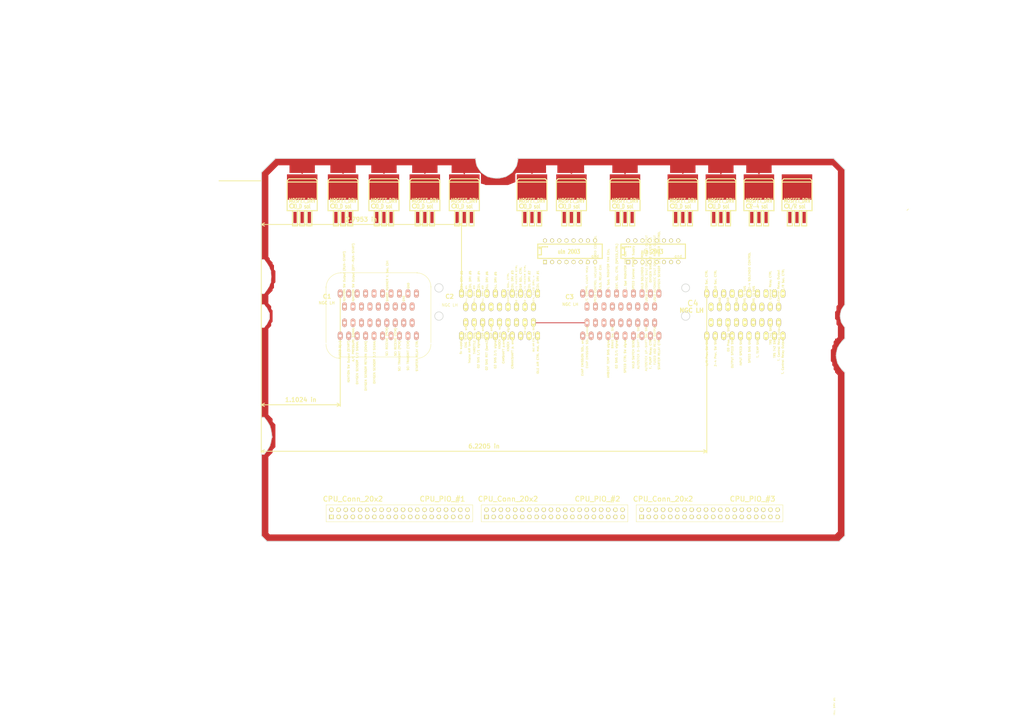
<source format=kicad_pcb>
(kicad_pcb (version 3) (host pcbnew "(2013-07-07 BZR 4022)-stable")

  (general
    (links 0)
    (no_connects 0)
    (area -91.285713 -50.100001 253.100001 200.100001)
    (thickness 1.6)
    (drawings 210)
    (tracks 2)
    (zones 0)
    (modules 21)
    (nets 1)
  )

  (page A4)
  (layers
    (15 F.Cu signal)
    (0 B.Cu signal)
    (16 B.Adhes user)
    (17 F.Adhes user)
    (18 B.Paste user)
    (19 F.Paste user)
    (20 B.SilkS user)
    (21 F.SilkS user)
    (22 B.Mask user)
    (23 F.Mask user)
    (24 Dwgs.User user)
    (25 Cmts.User user)
    (26 Eco1.User user)
    (27 Eco2.User user)
    (28 Edge.Cuts user)
  )

  (setup
    (last_trace_width 0.254)
    (trace_clearance 0.254)
    (zone_clearance 0.1)
    (zone_45_only no)
    (trace_min 0.254)
    (segment_width 0.2)
    (edge_width 0.2)
    (via_size 0.889)
    (via_drill 0.635)
    (via_min_size 0.889)
    (via_min_drill 0.508)
    (uvia_size 0.508)
    (uvia_drill 0.127)
    (uvias_allowed no)
    (uvia_min_size 0.508)
    (uvia_min_drill 0.127)
    (pcb_text_width 0.3)
    (pcb_text_size 1.5 1.5)
    (mod_edge_width 0.15)
    (mod_text_size 1 1)
    (mod_text_width 0.15)
    (pad_size 10.80008 9)
    (pad_drill 0)
    (pad_to_mask_clearance 0)
    (aux_axis_origin 0 0)
    (visible_elements 7FFFFFFF)
    (pcbplotparams
      (layerselection 3178497)
      (usegerberextensions true)
      (excludeedgelayer true)
      (linewidth 0.150000)
      (plotframeref false)
      (viasonmask false)
      (mode 1)
      (useauxorigin false)
      (hpglpennumber 1)
      (hpglpenspeed 20)
      (hpglpendiameter 15)
      (hpglpenoverlay 2)
      (psnegative false)
      (psa4output false)
      (plotreference true)
      (plotvalue true)
      (plotothertext true)
      (plotinvisibletext false)
      (padsonsilk false)
      (subtractmaskfromsilk false)
      (outputformat 1)
      (mirror false)
      (drillshape 1)
      (scaleselection 1)
      (outputdirectory ""))
  )

  (net 0 "")

  (net_class Default "Это класс цепей по умолчанию."
    (clearance 0.254)
    (trace_width 0.254)
    (via_dia 0.889)
    (via_drill 0.635)
    (uvia_dia 0.508)
    (uvia_drill 0.127)
    (add_net "")
  )

  (module MOSFET_DRV_DPAC3 (layer F.Cu) (tedit 54683651) (tstamp 546AFF69)
    (at 149.5 21)
    (attr smd)
    (fp_text reference MOSFET_DRV (at 0 -5.969) (layer F.SilkS)
      (effects (font (size 1.524 1.016) (thickness 0.254)))
    )
    (fp_text value "O_D sol" (at 0 -3.937) (layer F.SilkS)
      (effects (font (size 1.524 1.016) (thickness 0.254)))
    )
    (fp_line (start 1.651 -2.413) (end 1.651 3) (layer F.SilkS) (width 0.381))
    (fp_line (start 1.651 3) (end 3.429 3) (layer F.SilkS) (width 0.381))
    (fp_line (start 3.429 3) (end 3.429 -2.413) (layer F.SilkS) (width 0.381))
    (fp_line (start -0.889 -2.413) (end -0.889 3) (layer F.SilkS) (width 0.381))
    (fp_line (start -0.889 3) (end 0.889 3) (layer F.SilkS) (width 0.381))
    (fp_line (start 0.889 3) (end 0.889 -2.413) (layer F.SilkS) (width 0.381))
    (fp_line (start -3.429 -2.413) (end -3.429 3) (layer F.SilkS) (width 0.381))
    (fp_line (start -3.429 3) (end -1.778 3) (layer F.SilkS) (width 0.381))
    (fp_line (start -1.651 3) (end -1.651 -2.413) (layer F.SilkS) (width 0.381))
    (fp_circle (center -3.683 -4.064) (end -3.683 -3.302) (layer F.SilkS) (width 0.381))
    (fp_line (start -5.334 -2.413) (end -5.334 -13.081) (layer F.SilkS) (width 0.381))
    (fp_line (start -5.334 -13.081) (end -4.699 -13.716) (layer F.SilkS) (width 0.381))
    (fp_line (start -4.699 -13.716) (end 4.318 -13.716) (layer F.SilkS) (width 0.381))
    (fp_line (start 4.318 -13.716) (end 4.572 -13.716) (layer F.SilkS) (width 0.381))
    (fp_line (start 4.572 -13.716) (end 4.699 -13.716) (layer F.SilkS) (width 0.381))
    (fp_line (start 4.699 -13.716) (end 5.334 -13.081) (layer F.SilkS) (width 0.381))
    (fp_line (start 5.334 -13.081) (end 5.334 -2.413) (layer F.SilkS) (width 0.381))
    (fp_line (start -5.334 -2.413) (end 5.334 -2.413) (layer F.SilkS) (width 0.381))
    (fp_line (start 5.334 -12.573) (end -5.334 -12.573) (layer F.SilkS) (width 0.381))
    (pad 1 smd rect (at -2.54 0) (size 1.143 4)
      (layers F.Cu F.Paste F.Mask)
    )
    (pad 004 smd rect (at 0 -10.795) (size 10.80008 9)
      (layers F.Cu F.Paste F.Mask)
    )
    (pad 3 smd rect (at 2.54 0) (size 1.143 4)
      (layers F.Cu F.Paste F.Mask)
    )
    (pad 2 smd rect (at 0 0) (size 1.143 4)
      (layers F.Cu F.Paste F.Mask)
    )
  )

  (module C2_NGC_LH (layer F.Cu) (tedit 5467E3BD) (tstamp 5467FCF5)
    (at 61 38)
    (descr LH_NGC_CON_38pin)
    (tags "NGC CON 38pin")
    (fp_text reference "NGC LH" (at 5.842 14.097) (layer F.SilkS)
      (effects (font (size 1 1) (thickness 0.15)))
    )
    (fp_text value " C2" (at 5.207 11.049) (layer F.SilkS)
      (effects (font (size 1.5 1.5) (thickness 0.3)))
    )
    (fp_text user "GEN. FILED DRV. +" (at 35.56 8.509 90) (layer F.SilkS)
      (effects (font (size 0.5 0.7) (thickness 0.125)))
    )
    (fp_text user "O2 sns 1/1 HEATER CTRL" (at 32.512 6.731 90) (layer F.SilkS)
      (effects (font (size 0.5 0.7) (thickness 0.125)))
    )
    (fp_text user "O2 sns 2/1 HEATER CTRL" (at 29.464 6.731 90) (layer F.SilkS)
      (effects (font (size 0.5 0.7) (thickness 0.125)))
    )
    (fp_text user "MANIFOLD SOL. CTRL" (at 26.543 8.128 90) (layer F.SilkS)
      (effects (font (size 0.5 0.7) (thickness 0.125)))
    )
    (fp_text user "COIL DRV #1" (at 37.084 5.207 90) (layer F.SilkS)
      (effects (font (size 0.7 0.7) (thickness 0.15)))
    )
    (fp_text user "COIL DRV #2" (at 34.036 5.334 90) (layer F.SilkS)
      (effects (font (size 0.7 0.7) (thickness 0.15)))
    )
    (fp_text user "EGR SOL. CTRL" (at 30.988 4.572 90) (layer F.SilkS)
      (effects (font (size 0.7 0.7) (thickness 0.15)))
    )
    (fp_text user "COIL DRV #3" (at 28.067 5.207 90) (layer F.SilkS)
      (effects (font (size 0.7 0.7) (thickness 0.15)))
    )
    (fp_text user "INJ. DRV #1" (at 142.24 156.464 90) (layer F.SilkS)
      (effects (font (size 0.5 0.7) (thickness 0.125)))
    )
    (fp_text user "INJ. DRV #2" (at 17.526 10.287 90) (layer F.SilkS)
      (effects (font (size 0.5 0.7) (thickness 0.125)))
    )
    (fp_text user "INJ. DRV #4" (at 11.684 10.287 90) (layer F.SilkS)
      (effects (font (size 0.5 0.7) (thickness 0.125)))
    )
    (fp_text user "INJ. DRV #3" (at 14.478 10.287 90) (layer F.SilkS)
      (effects (font (size 0.5 0.7) (thickness 0.125)))
    )
    (fp_text user "INJ. DRV #5" (at 22.098 5.461 90) (layer F.SilkS)
      (effects (font (size 0.7 0.7) (thickness 0.15)))
    )
    (fp_text user "INJ. DRV #6" (at 19.05 5.334 90) (layer F.SilkS)
      (effects (font (size 0.7 0.7) (thickness 0.15)))
    )
    (fp_text user "COIL DRV #4" (at 16.129 5.334 90) (layer F.SilkS)
      (effects (font (size 0.7 0.7) (thickness 0.15)))
    )
    (fp_text user "COIL DRV #5" (at 13.081 5.334 90) (layer F.SilkS)
      (effects (font (size 0.7 0.7) (thickness 0.15)))
    )
    (fp_text user "COIL DRV #6" (at 10.033 5.334 90) (layer F.SilkS)
      (effects (font (size 0.7 0.7) (thickness 0.15)))
    )
    (fp_text user "IDLE AIR CTRL mot. SNS." (at 35.56 26.035 90) (layer F.SilkS)
      (effects (font (size 0.5 0.5) (thickness 0.125)))
    )
    (fp_text user "GND sns." (at 32.512 22.987 90) (layer F.SilkS)
      (effects (font (size 0.5 0.5) (thickness 0.125)))
    )
    (fp_text user "KNOCK sns. sign." (at 26.543 25.908 90) (layer F.SilkS)
      (effects (font (size 0.7 0.7) (thickness 0.15)))
    )
    (fp_text user "KNOCK sns. ret." (at 23.495 25.4 90) (layer F.SilkS)
      (effects (font (size 0.7 0.7) (thickness 0.15)))
    )
    (fp_text user "MAP sns." (at 20.574 23.622 90) (layer F.SilkS)
      (effects (font (size 0.7 0.7) (thickness 0.15)))
    )
    (fp_text user "EGR sns." (at 17.526 23.622 90) (layer F.SilkS)
      (effects (font (size 0.7 0.7) (thickness 0.15)))
    )
    (fp_text user "THROTTLE POS. sns" (at 14.605 26.416 90) (layer F.SilkS)
      (effects (font (size 0.7 0.7) (thickness 0.15)))
    )
    (fp_text user "ENG TEMP. sns" (at 11.557 25.273 90) (layer F.SilkS)
      (effects (font (size 0.7 0.7) (thickness 0.15)))
    )
    (fp_text user "IDLE AIR CTRL mot. drv" (at 37.084 32.385 90) (layer F.SilkS)
      (effects (font (size 0.7 0.7) (thickness 0.15)))
    )
    (fp_text user "CRANKSHAFT p. sns" (at 28.067 31.496 90) (layer F.SilkS)
      (effects (font (size 0.7 0.7) (thickness 0.15)))
    )
    (fp_text user "CAMSHAFT p.sns" (at 24.892 30.607 90) (layer F.SilkS)
      (effects (font (size 0.7 0.7) (thickness 0.15)))
    )
    (fp_text user "O2 SNS 2/1 signal" (at 21.971 31.496 90) (layer F.SilkS)
      (effects (font (size 0.7 0.7) (thickness 0.15)))
    )
    (fp_text user "O2 SNS RET (bank2)" (at 18.923 31.75 90) (layer F.SilkS)
      (effects (font (size 0.7 0.7) (thickness 0.15)))
    )
    (fp_text user "O2 SNS 1/1 signal" (at 16.002 31.369 90) (layer F.SilkS)
      (effects (font (size 0.7 0.7) (thickness 0.15)))
    )
    (fp_text user "intake AIR temp" (at 12.827 30.48 90) (layer F.SilkS)
      (effects (font (size 0.7 0.7) (thickness 0.15)))
    )
    (fp_text user "5v supply" (at 9.779 28.956 90) (layer F.SilkS)
      (effects (font (size 0.7 0.7) (thickness 0.15)))
    )
    (pad 1 thru_hole oval (at 10 10) (size 1.7 3) (drill 1)
      (layers *.Cu *.Mask F.SilkS)
      (solder_mask_margin 0.1)
      (clearance 0.1)
      (zone_connect 2)
      (thermal_width 0.1)
      (thermal_gap 0.1)
    )
    (pad 2 thru_hole oval (at 13 10) (size 1.7 3) (drill 1)
      (layers *.Cu *.Mask F.SilkS)
      (solder_mask_margin 0.1)
    )
    (pad 3 thru_hole oval (at 16 10) (size 1.7 3) (drill 1)
      (layers *.Cu *.Mask F.SilkS)
      (solder_mask_margin 0.1)
    )
    (pad 4 thru_hole oval (at 19 10) (size 1.7 3) (drill 1)
      (layers *.Cu *.Mask F.SilkS)
      (solder_mask_margin 0.1)
    )
    (pad 5 thru_hole oval (at 22 10) (size 1.7 3) (drill 1)
      (layers *.Cu *.Mask F.SilkS)
      (solder_mask_margin 0.1)
    )
    (pad 6 thru_hole oval (at 25 10) (size 1.7 3) (drill 1)
      (layers *.Cu *.Mask F.SilkS)
      (solder_mask_margin 0.1)
    )
    (pad 7 thru_hole oval (at 28 10) (size 1.7 3) (drill 1)
      (layers *.Cu *.Mask F.SilkS)
      (solder_mask_margin 0.1)
    )
    (pad 8 thru_hole oval (at 31 10) (size 1.7 3) (drill 1)
      (layers *.Cu *.Mask F.SilkS)
      (solder_mask_margin 0.1)
    )
    (pad 9 thru_hole oval (at 34 10) (size 1.7 3) (drill 1)
      (layers *.Cu *.Mask F.SilkS)
      (solder_mask_margin 0.1)
    )
    (pad 10 thru_hole oval (at 37 10) (size 1.7 3) (drill 1)
      (layers *.Cu *.Mask F.SilkS)
      (solder_mask_margin 0.1)
    )
    (pad 29 thru_hole oval (at 10 25) (size 1.7 3) (drill 1)
      (layers *.Cu *.Mask F.SilkS)
      (solder_mask_margin 0.1)
    )
    (pad 30 thru_hole oval (at 13 25) (size 1.7 3) (drill 1)
      (layers *.Cu *.Mask F.SilkS)
      (solder_mask_margin 0.1)
    )
    (pad 31 thru_hole oval (at 16 25) (size 1.7 3) (drill 1)
      (layers *.Cu *.Mask F.SilkS)
      (solder_mask_margin 0.1)
    )
    (pad 32 thru_hole oval (at 19 25) (size 1.7 3) (drill 1)
      (layers *.Cu *.Mask F.SilkS)
      (solder_mask_margin 0.1)
    )
    (pad 33 thru_hole oval (at 22 25) (size 1.7 3) (drill 1)
      (layers *.Cu *.Mask F.SilkS)
      (solder_mask_margin 0.1)
    )
    (pad 34 thru_hole oval (at 25 25) (size 1.7 3) (drill 1)
      (layers *.Cu *.Mask F.SilkS)
      (solder_mask_margin 0.1)
    )
    (pad 35 thru_hole oval (at 28 25) (size 1.7 3) (drill 1)
      (layers *.Cu *.Mask F.SilkS)
      (solder_mask_margin 0.1)
    )
    (pad 36 thru_hole oval (at 31 25) (size 1.7 3) (drill 1)
      (layers *.Cu *.Mask F.SilkS)
      (solder_mask_margin 0.1)
    )
    (pad 37 thru_hole oval (at 34 25) (size 1.7 3) (drill 1)
      (layers *.Cu *.Mask F.SilkS)
      (solder_mask_margin 0.1)
    )
    (pad 38 thru_hole oval (at 37 25) (size 1.7 3) (drill 1)
      (layers *.Cu *.Mask F.SilkS)
      (solder_mask_margin 0.1)
    )
    (pad 11 thru_hole oval (at 11.508 14.746) (size 1.7 3) (drill 1)
      (layers *.Cu *.Mask F.SilkS)
      (solder_mask_margin 0.1)
    )
    (pad 12 thru_hole oval (at 14.508 14.746) (size 1.7 3) (drill 1)
      (layers *.Cu *.Mask F.SilkS)
      (solder_mask_margin 0.1)
      (clearance 0.1)
    )
    (pad 13 thru_hole oval (at 17.508 14.746) (size 1.7 3) (drill 1)
      (layers *.Cu *.Mask F.SilkS)
      (solder_mask_margin 0.1)
    )
    (pad 14 thru_hole oval (at 20.508 14.746) (size 1.7 3) (drill 1)
      (layers *.Cu *.Mask F.SilkS)
      (solder_mask_margin 0.1)
    )
    (pad 15 thru_hole oval (at 23.508 14.746) (size 1.7 3) (drill 1)
      (layers *.Cu *.Mask F.SilkS)
      (solder_mask_margin 0.1)
    )
    (pad 16 thru_hole oval (at 26.508 14.746) (size 1.7 3) (drill 1)
      (layers *.Cu *.Mask F.SilkS)
      (solder_mask_margin 0.1)
    )
    (pad 17 thru_hole oval (at 29.508 14.746) (size 1.7 3) (drill 1)
      (layers *.Cu *.Mask F.SilkS)
      (solder_mask_margin 0.1)
    )
    (pad 18 thru_hole oval (at 32.508 14.746) (size 1.7 3) (drill 1)
      (layers *.Cu *.Mask F.SilkS)
      (solder_mask_margin 0.1)
    )
    (pad 19 thru_hole oval (at 35.508 14.746) (size 1.7 3) (drill 1)
      (layers *.Cu *.Mask F.SilkS)
      (solder_mask_margin 0.1)
    )
    (pad 20 thru_hole oval (at 11.508 20.254) (size 1.7 3) (drill 1)
      (layers *.Cu *.Mask F.SilkS)
      (solder_mask_margin 0.1)
    )
    (pad 21 thru_hole oval (at 14.508 20.254) (size 1.7 3) (drill 1)
      (layers *.Cu *.Mask F.SilkS)
      (solder_mask_margin 0.1)
    )
    (pad 22 thru_hole oval (at 17.508 20.254) (size 1.7 3) (drill 1)
      (layers *.Cu *.Mask F.SilkS)
      (solder_mask_margin 0.1)
    )
    (pad 23 thru_hole oval (at 20.508 20.254) (size 1.7 3) (drill 1)
      (layers *.Cu *.Mask F.SilkS)
      (solder_mask_margin 0.1)
    )
    (pad 24 thru_hole oval (at 23.508 20.254) (size 1.7 3) (drill 1)
      (layers *.Cu *.Mask F.SilkS)
      (solder_mask_margin 0.1)
    )
    (pad 25 thru_hole oval (at 26.508 20.254) (size 1.7 3) (drill 1)
      (layers *.Cu *.Mask F.SilkS)
      (solder_mask_margin 0.1)
    )
    (pad 26 thru_hole oval (at 29.508 20.254) (size 1.7 3) (drill 1)
      (layers *.Cu *.Mask F.SilkS)
      (solder_mask_margin 0.1)
    )
    (pad 27 thru_hole oval (at 32.508 20.254) (size 1.7 3) (drill 1)
      (layers *.Cu *.Mask F.SilkS)
      (solder_mask_margin 0.1)
    )
    (pad 28 thru_hole oval (at 35.508 20.254) (size 1.7 3) (drill 1)
      (layers *.Cu *.Mask F.SilkS)
      (solder_mask_margin 0.1)
    )
  )

  (module C1_NGC_LH (layer F.Cu) (tedit 5467E4D8) (tstamp 5467E54A)
    (at 18 38)
    (descr LH_NGC_CON_38pin)
    (tags "NGC CON 38pin")
    (fp_text reference "NGC LH   " (at 6.35 13.335) (layer F.SilkS)
      (effects (font (size 1 1) (thickness 0.2)))
    )
    (fp_text value C1 (at 5.334 11.049) (layer F.SilkS)
      (effects (font (size 1.5 1.5) (thickness 0.3)))
    )
    (fp_arc (start 10.287 8.001) (end 4.953 8.001) (angle 90) (layer F.SilkS) (width 0.15))
    (fp_line (start 10.033 32.5) (end 37.084 32.5) (layer F.SilkS) (width 0.15))
    (fp_line (start 4.953 7.5) (end 4.953 27.5) (layer F.SilkS) (width 0.15))
    (fp_arc (start 37.084 7.747) (end 37.084 2.667) (angle 90) (layer F.SilkS) (width 0.15))
    (fp_arc (start 37.084 27.94) (end 42.164 27.94) (angle 90) (layer F.SilkS) (width 0.15))
    (fp_arc (start 10.033 27.94) (end 10.033 33.02) (angle 90) (layer F.SilkS) (width 0.15))
    (fp_line (start 10 2.627) (end 37.513 2.627) (layer F.SilkS) (width 0.15))
    (fp_line (start 42.164 7.5) (end 42.164 27.5) (layer F.SilkS) (width 0.15))
    (fp_text user "IGNITION SW Output (START)" (at 12.954 34.163 90) (layer F.SilkS)
      (effects (font (size 0.7 0.7) (thickness 0.15)))
    )
    (fp_text user "SHORT RUNNER V. Sol. Ctrl" (at 26.67 5.588 90) (layer F.SilkS)
      (effects (font (size 0.7 0.7) (thickness 0.15)))
    )
    (fp_text user GND (at 32.512 11.811 90) (layer F.SilkS)
      (effects (font (size 0.7 0.7) (thickness 0.15)))
    )
    (fp_text user GND (at 34.163 7.239 90) (layer F.SilkS)
      (effects (font (size 0.7 0.7) (thickness 0.15)))
    )
    (fp_text user "OXYGEN SENSOR 1/2 SIGNAL" (at 16.002 34.544 90) (layer F.SilkS)
      (effects (font (size 0.7 0.7) (thickness 0.15)))
    )
    (fp_text user "IGNITION SW Output (OFF-RUN-START)" (at 14.605 2.54 90) (layer F.SilkS)
      (effects (font (size 0.7 0.7) (thickness 0.15)))
    )
    (fp_text user "IGNITION SW Output (RUN-START)" (at 11.43 3.937 90) (layer F.SilkS)
      (effects (font (size 0.7 0.7) (thickness 0.15)))
    )
    (fp_text user " SCI TRANSMIT (TCM)" (at 34.036 32.258 90) (layer F.SilkS)
      (effects (font (size 0.7 0.7) (thickness 0.15)))
    )
    (fp_text user "SCI RECEIVE (TCM)" (at 29.591 27.178 90) (layer F.SilkS)
      (effects (font (size 0.7 0.7) (thickness 0.15)))
    )
    (fp_text user "SCI RECEIVE (PCM)" (at 26.543 27.051 90) (layer F.SilkS)
      (effects (font (size 0.7 0.7) (thickness 0.15)))
    )
    (fp_text user "A/C PRESSURE SIGNAL" (at 14.605 28.067 90) (layer F.SilkS)
      (effects (font (size 0.7 0.7) (thickness 0.15)))
    )
    (fp_text user " STARTER RELAY CTRL" (at 37.211 32.385 90) (layer F.SilkS)
      (effects (font (size 0.7 0.7) (thickness 0.15)))
    )
    (fp_text user "OXYGEN SENSOR 2/2 SIGNAL" (at 22.098 34.29 90) (layer F.SilkS)
      (effects (font (size 0.7 0.7) (thickness 0.15)))
    )
    (fp_text user "OXYGEN SENSOR RETURN (DOWN)" (at 19.05 35.687 90) (layer F.SilkS)
      (effects (font (size 0.7 0.7) (thickness 0.15)))
    )
    (fp_text user "SCI TRANSMIT (PCM)" (at 30.988 32.131 90) (layer F.SilkS)
      (effects (font (size 0.7 0.7) (thickness 0.15)))
    )
    (fp_text user "FUSED B(+)" (at 9.906 29.972 90) (layer F.SilkS)
      (effects (font (size 0.7 0.7) (thickness 0.15)))
    )
    (pad 1 thru_hole oval (at 10 10) (size 1.7 3) (drill 1)
      (layers *.Cu *.Adhes *.Paste *.SilkS *.Mask)
      (zone_connect 2)
    )
    (pad 2 thru_hole oval (at 13 10) (size 1.7 3) (drill 1)
      (layers *.Cu *.Adhes *.Paste *.SilkS *.Mask)
    )
    (pad 3 thru_hole oval (at 16 10) (size 1.7 3) (drill 1)
      (layers *.Cu *.Adhes *.Paste *.SilkS *.Mask)
    )
    (pad 4 thru_hole oval (at 19 10) (size 1.7 3) (drill 1)
      (layers *.Cu *.Adhes *.Paste *.SilkS *.Mask)
    )
    (pad 5 thru_hole oval (at 22 10) (size 1.7 3) (drill 1)
      (layers *.Cu *.Adhes *.Paste *.SilkS *.Mask)
    )
    (pad 6 thru_hole oval (at 25 10) (size 1.7 3) (drill 1)
      (layers *.Cu *.Adhes *.Paste *.SilkS *.Mask)
    )
    (pad 7 thru_hole oval (at 28 10) (size 1.7 3) (drill 1)
      (layers *.Cu *.Adhes *.Paste *.SilkS *.Mask)
    )
    (pad 8 thru_hole oval (at 31 10) (size 1.7 3) (drill 1)
      (layers *.Cu *.Adhes *.Paste *.SilkS *.Mask)
    )
    (pad 9 thru_hole oval (at 34 10) (size 1.7 3) (drill 1)
      (layers *.Cu *.Adhes *.Paste *.SilkS *.Mask)
    )
    (pad 10 thru_hole oval (at 37 10) (size 1.7 3) (drill 1)
      (layers *.Cu *.Adhes *.Paste *.SilkS *.Mask)
      (zone_connect 2)
    )
    (pad 29 thru_hole oval (at 10 25) (size 1.7 3) (drill 1)
      (layers *.Cu *.Adhes *.Paste *.SilkS *.Mask)
    )
    (pad 30 thru_hole oval (at 13 25) (size 1.7 3) (drill 1)
      (layers *.Cu *.Adhes *.Paste *.SilkS *.Mask)
    )
    (pad 31 thru_hole oval (at 16 25) (size 1.7 3) (drill 1)
      (layers *.Cu *.Adhes *.Paste *.SilkS *.Mask)
    )
    (pad 32 thru_hole oval (at 19 25) (size 1.7 3) (drill 1)
      (layers *.Cu *.Adhes *.Paste *.SilkS *.Mask)
    )
    (pad 33 thru_hole oval (at 22 25) (size 1.7 3) (drill 1)
      (layers *.Cu *.Adhes *.Paste *.SilkS *.Mask)
    )
    (pad 34 thru_hole oval (at 25 25) (size 1.7 3) (drill 1)
      (layers *.Cu *.Adhes *.Paste *.SilkS *.Mask)
    )
    (pad 35 thru_hole oval (at 28 25) (size 1.7 3) (drill 1)
      (layers *.Cu *.Adhes *.Paste *.SilkS *.Mask)
    )
    (pad 36 thru_hole oval (at 31 25) (size 1.7 3) (drill 1)
      (layers *.Cu *.Adhes *.Paste *.SilkS *.Mask)
    )
    (pad 37 thru_hole oval (at 34 25) (size 1.7 3) (drill 1)
      (layers *.Cu *.Adhes *.Paste *.SilkS *.Mask)
    )
    (pad 38 thru_hole oval (at 37 25) (size 1.7 3) (drill 1)
      (layers *.Cu *.Adhes *.Paste *.SilkS *.Mask)
    )
    (pad 11 thru_hole oval (at 11.508 14.619) (size 1.7 3) (drill 1)
      (layers *.Cu *.Adhes *.Paste *.SilkS *.Mask)
    )
    (pad 12 thru_hole oval (at 14.508 14.619) (size 1.7 3) (drill 1)
      (layers *.Cu *.Adhes *.Paste *.SilkS *.Mask)
    )
    (pad 13 thru_hole oval (at 17.508 14.619) (size 1.7 3) (drill 1)
      (layers *.Cu *.Adhes *.Paste *.SilkS *.Mask)
    )
    (pad 14 thru_hole oval (at 20.508 14.619) (size 1.7 3) (drill 1)
      (layers *.Cu *.Adhes *.Paste *.SilkS *.Mask)
    )
    (pad 15 thru_hole oval (at 23.508 14.619) (size 1.7 3) (drill 1)
      (layers *.Cu *.Adhes *.Paste *.SilkS *.Mask)
    )
    (pad 16 thru_hole oval (at 26.508 14.619) (size 1.7 3) (drill 1)
      (layers *.Cu *.Adhes *.Paste *.SilkS *.Mask)
    )
    (pad 17 thru_hole oval (at 29.508 14.619) (size 1.7 3) (drill 1)
      (layers *.Cu *.Adhes *.Paste *.SilkS *.Mask)
    )
    (pad 18 thru_hole oval (at 32.508 14.619) (size 1.7 3) (drill 1)
      (layers *.Cu *.Adhes *.Paste *.SilkS *.Mask)
    )
    (pad 19 thru_hole oval (at 35.508 14.619) (size 1.7 3) (drill 1)
      (layers *.Cu *.Adhes *.Paste *.SilkS *.Mask)
    )
    (pad 20 thru_hole oval (at 11.508 20.381) (size 1.7 3) (drill 1)
      (layers *.Cu *.Adhes *.Paste *.SilkS *.Mask)
    )
    (pad 21 thru_hole oval (at 14.508 20.381) (size 1.7 3) (drill 1)
      (layers *.Cu *.Adhes *.Paste *.SilkS *.Mask)
    )
    (pad 22 thru_hole oval (at 17.508 20.381) (size 1.7 3) (drill 1)
      (layers *.Cu *.Adhes *.Paste *.SilkS *.Mask)
    )
    (pad 23 thru_hole oval (at 20.508 20.381) (size 1.7 3) (drill 1)
      (layers *.Cu *.Adhes *.Paste *.SilkS *.Mask)
    )
    (pad 24 thru_hole oval (at 23.508 20.381) (size 1.7 3) (drill 1)
      (layers *.Cu *.Adhes *.Paste *.SilkS *.Mask)
    )
    (pad 25 thru_hole oval (at 26.508 20.381) (size 1.7 3) (drill 1)
      (layers *.Cu *.Adhes *.Paste *.SilkS *.Mask)
    )
    (pad 26 thru_hole oval (at 29.508 20.381) (size 1.7 3) (drill 1)
      (layers *.Cu *.Adhes *.Paste *.SilkS *.Mask)
    )
    (pad 27 thru_hole oval (at 32.508 20.381) (size 1.7 3) (drill 1)
      (layers *.Cu *.Adhes *.Paste *.SilkS *.Mask)
    )
    (pad 28 thru_hole oval (at 35.508 20.381) (size 1.7 3) (drill 1)
      (layers *.Cu *.Adhes *.Paste *.SilkS *.Mask)
    )
  )

  (module C3_NGC_LH (layer F.Cu) (tedit 5467E539) (tstamp 54680C3C)
    (at 104 38)
    (descr LH_NGC_CON_38pin)
    (tags "NGC CON 38pin")
    (fp_text reference "NGC LH   " (at 6.731 13.843) (layer F.SilkS)
      (effects (font (size 1 1) (thickness 0.2)))
    )
    (fp_text value "    C3" (at 3.048 11.176) (layer F.SilkS)
      (effects (font (size 1.5 1.5) (thickness 0.3)))
    )
    (fp_text user "L. Spd RADIATOR FAN Ctrl" (at 25.146 1.905 90) (layer F.SilkS)
      (effects (font (size 0.7 0.7) (thickness 0.15)))
    )
    (fp_text user "FUSED AUTOMATIC SHUT DOWN RELAY OUTPUT " (at 35.56 1.143 90) (layer F.SilkS)
      (effects (font (size 0.7 0.7) (thickness 0.125)))
    )
    (fp_text user "FUSED AUTOMATIC SHUT DOWN RELAY OUTPUT " (at 32.639 1.143 90) (layer F.SilkS)
      (effects (font (size 0.7 0.7) (thickness 0.125)))
    )
    (fp_text user "OXYGEN SENSOR 2/2 HEATER CONTROL " (at 37.084 -1.905 90) (layer F.SilkS)
      (effects (font (size 0.7 0.7) (thickness 0.15)))
    )
    (fp_text user " OXYGEN SNS 1/2 HEATER Ctrl" (at 34.036 -1.651 90) (layer F.SilkS)
      (effects (font (size 0.7 0.7) (thickness 0.15)))
    )
    (fp_text user "NVLD SOLENOID CONTROL " (at 31.115 1.778 90) (layer F.SilkS)
      (effects (font (size 0.7 0.7) (thickness 0.15)))
    )
    (fp_text user "SPEED Control POWER Supply" (at 27.94 0.889 90) (layer F.SilkS)
      (effects (font (size 0.7 0.7) (thickness 0.15)))
    )
    (fp_text user "A/C COMPR. clutch relay Ctrl" (at 11.43 5.715 90) (layer F.SilkS)
      (effects (font (size 0.7 0.7) (thickness 0.125)))
    )
    (fp_text user "SPEED CONTROL VACUUM SOLENOID CONTROL " (at 14.478 1.27 90) (layer F.SilkS)
      (effects (font (size 0.7 0.7) (thickness 0.125)))
    )
    (fp_text user "VENT. SOL. CTRL (SPEED_CTRL) " (at 22.098 0.254 90) (layer F.SilkS)
      (effects (font (size 0.7 0.7) (thickness 0.15)))
    )
    (fp_text user "H. Spd. RADIATOR FAN Ctrl." (at 19.05 1.397 90) (layer F.SilkS)
      (effects (font (size 0.7 0.7) (thickness 0.15)))
    )
    (fp_text user "A.S.D. RELAY Ctrl" (at 16.256 4.318 90) (layer F.SilkS)
      (effects (font (size 0.7 0.7) (thickness 0.15)))
    )
    (fp_text user "FUSED ASD RELAY OUTPUT" (at 35.56 28.321 90) (layer F.SilkS)
      (effects (font (size 0.7 0.7) (thickness 0.125)))
    )
    (fp_text user "AUTOSTICK UP-SHIFT SW. SNS" (at 32.512 29.464 90) (layer F.SilkS)
      (effects (font (size 0.7 0.7) (thickness 0.125)))
    )
    (fp_text user "AUTOSTICK D-SHIFT SW. SNS" (at 29.718 29.083 90) (layer F.SilkS)
      (effects (font (size 0.7 0.7) (thickness 0.125)))
    )
    (fp_text user "BRAKE SW. SNS" (at 20.574 25.4 90) (layer F.SilkS)
      (effects (font (size 0.7 0.7) (thickness 0.125)))
    )
    (fp_text user "EVAP EMISSION SOL. Control" (at 11.557 28.956 90) (layer F.SilkS)
      (effects (font (size 0.7 0.7) (thickness 0.125)))
    )
    (fp_text user " STARTER RELAY CTRL" (at 37.084 31.75 90) (layer F.SilkS)
      (effects (font (size 0.7 0.7) (thickness 0.15)))
    )
    (fp_text user "NVLD SWITCH SENSE  " (at 27.94 30.734 90) (layer F.SilkS)
      (effects (font (size 0.7 0.7) (thickness 0.15)))
    )
    (fp_text user "SPEED CTRL SW signal" (at 25.019 32.131 90) (layer F.SilkS)
      (effects (font (size 0.7 0.7) (thickness 0.15)))
    )
    (fp_text user "O2 SNS 2/1 signal" (at 21.971 31.496 90) (layer F.SilkS)
      (effects (font (size 0.7 0.7) (thickness 0.15)))
    )
    (fp_text user "AMBIENT TEMP SNS signal" (at 19.05 33.02 90) (layer F.SilkS)
      (effects (font (size 0.7 0.7) (thickness 0.15)))
    )
    (fp_text user "F. PUMP Relay CTRL " (at 34.036 31.115 90) (layer F.SilkS)
      (effects (font (size 0.7 0.7) (thickness 0.15)))
    )
    (fp_text user "EVAP EMISSION SOL. sns" (at 9.906 32.639 90) (layer F.SilkS)
      (effects (font (size 0.7 0.7) (thickness 0.15)))
    )
    (pad 1 thru_hole oval (at 10 10) (size 1.7 3) (drill 1)
      (layers *.Cu *.Adhes *.Paste *.SilkS *.Mask)
      (zone_connect 2)
    )
    (pad 2 thru_hole oval (at 13 10) (size 1.7 3) (drill 1)
      (layers *.Cu *.Adhes *.Paste *.SilkS *.Mask)
    )
    (pad 3 thru_hole oval (at 16 10) (size 1.7 3) (drill 1)
      (layers *.Cu *.Adhes *.Paste *.SilkS *.Mask)
    )
    (pad 4 thru_hole oval (at 19 10) (size 1.7 3) (drill 1)
      (layers *.Cu *.Adhes *.Paste *.SilkS *.Mask)
    )
    (pad 5 thru_hole oval (at 22 10) (size 1.7 3) (drill 1)
      (layers *.Cu *.Adhes *.Paste *.SilkS *.Mask)
    )
    (pad 6 thru_hole oval (at 25 10) (size 1.7 3) (drill 1)
      (layers *.Cu *.Adhes *.Paste *.SilkS *.Mask)
    )
    (pad 7 thru_hole oval (at 28 10) (size 1.7 3) (drill 1)
      (layers *.Cu *.Adhes *.Paste *.SilkS *.Mask)
    )
    (pad 8 thru_hole oval (at 31 10) (size 1.7 3) (drill 1)
      (layers *.Cu *.Adhes *.Paste *.SilkS *.Mask)
    )
    (pad 9 thru_hole oval (at 34 10) (size 1.7 3) (drill 1)
      (layers *.Cu *.Adhes *.Paste *.SilkS *.Mask)
    )
    (pad 10 thru_hole oval (at 37 10) (size 1.7 3) (drill 1)
      (layers *.Cu *.Adhes *.Paste *.SilkS *.Mask)
    )
    (pad 29 thru_hole oval (at 10 25) (size 1.7 3) (drill 1)
      (layers *.Cu *.Adhes *.Paste *.SilkS *.Mask)
    )
    (pad 30 thru_hole oval (at 13 25) (size 1.7 3) (drill 1)
      (layers *.Cu *.Adhes *.Paste *.SilkS *.Mask)
    )
    (pad 31 thru_hole oval (at 16 25) (size 1.7 3) (drill 1)
      (layers *.Cu *.Adhes *.Paste *.SilkS *.Mask)
    )
    (pad 32 thru_hole oval (at 19 25) (size 1.7 3) (drill 1)
      (layers *.Cu *.Adhes *.Paste *.SilkS *.Mask)
    )
    (pad 33 thru_hole oval (at 22 25) (size 1.7 3) (drill 1)
      (layers *.Cu *.Adhes *.Paste *.SilkS *.Mask)
    )
    (pad 34 thru_hole oval (at 25 25) (size 1.7 3) (drill 1)
      (layers *.Cu *.Adhes *.Paste *.SilkS *.Mask)
    )
    (pad 35 thru_hole oval (at 28 25) (size 1.7 3) (drill 1)
      (layers *.Cu *.Adhes *.Paste *.SilkS *.Mask)
    )
    (pad 36 thru_hole oval (at 31 25) (size 1.7 3) (drill 1)
      (layers *.Cu *.Adhes *.Paste *.SilkS *.Mask)
    )
    (pad 37 thru_hole oval (at 34 25) (size 1.7 3) (drill 1)
      (layers *.Cu *.Adhes *.Paste *.SilkS *.Mask)
    )
    (pad 38 thru_hole oval (at 37 25) (size 1.7 3) (drill 1)
      (layers *.Cu *.Adhes *.Paste *.SilkS *.Mask)
    )
    (pad 11 thru_hole oval (at 11.508 14.619) (size 1.7 3) (drill 1)
      (layers *.Cu *.Adhes *.Paste *.SilkS *.Mask)
    )
    (pad 12 thru_hole oval (at 14.508 14.619) (size 1.7 3) (drill 1)
      (layers *.Cu *.Adhes *.Paste *.SilkS *.Mask)
    )
    (pad 13 thru_hole oval (at 17.508 14.619) (size 1.7 3) (drill 1)
      (layers *.Cu *.Adhes *.Paste *.SilkS *.Mask)
    )
    (pad 14 thru_hole oval (at 20.508 14.619) (size 1.7 3) (drill 1)
      (layers *.Cu *.Adhes *.Paste *.SilkS *.Mask)
    )
    (pad 15 thru_hole oval (at 23.508 14.619) (size 1.7 3) (drill 1)
      (layers *.Cu *.Adhes *.Paste *.SilkS *.Mask)
    )
    (pad 16 thru_hole oval (at 26.508 14.619) (size 1.7 3) (drill 1)
      (layers *.Cu *.Adhes *.Paste *.SilkS *.Mask)
    )
    (pad 17 thru_hole oval (at 29.508 14.619) (size 1.7 3) (drill 1)
      (layers *.Cu *.Adhes *.Paste *.SilkS *.Mask)
    )
    (pad 18 thru_hole oval (at 32.508 14.619) (size 1.7 3) (drill 1)
      (layers *.Cu *.Adhes *.Paste *.SilkS *.Mask)
    )
    (pad 19 thru_hole oval (at 35.508 14.619) (size 1.7 3) (drill 1)
      (layers *.Cu *.Adhes *.Paste *.SilkS *.Mask)
    )
    (pad 20 thru_hole oval (at 11.508 20.381) (size 1.7 3) (drill 1)
      (layers *.Cu *.Adhes *.Paste *.SilkS *.Mask)
    )
    (pad 21 thru_hole oval (at 14.508 20.381) (size 1.7 3) (drill 1)
      (layers *.Cu *.Adhes *.Paste *.SilkS *.Mask)
    )
    (pad 22 thru_hole oval (at 17.508 20.381) (size 1.7 3) (drill 1)
      (layers *.Cu *.Adhes *.Paste *.SilkS *.Mask)
    )
    (pad 23 thru_hole oval (at 20.508 20.381) (size 1.7 3) (drill 1)
      (layers *.Cu *.Adhes *.Paste *.SilkS *.Mask)
    )
    (pad 24 thru_hole oval (at 23.508 20.381) (size 1.7 3) (drill 1)
      (layers *.Cu *.Adhes *.Paste *.SilkS *.Mask)
    )
    (pad 25 thru_hole oval (at 26.508 20.381) (size 1.7 3) (drill 1)
      (layers *.Cu *.Adhes *.Paste *.SilkS *.Mask)
    )
    (pad 26 thru_hole oval (at 29.508 20.381) (size 1.7 3) (drill 1)
      (layers *.Cu *.Adhes *.Paste *.SilkS *.Mask)
    )
    (pad 27 thru_hole oval (at 32.508 20.381) (size 1.7 3) (drill 1)
      (layers *.Cu *.Adhes *.Paste *.SilkS *.Mask)
    )
    (pad 28 thru_hole oval (at 35.508 20.381) (size 1.7 3) (drill 1)
      (layers *.Cu *.Adhes *.Paste *.SilkS *.Mask)
    )
  )

  (module C4_NGC_LH (layer F.Cu) (tedit 5467E9DF) (tstamp 54681432)
    (at 148 38)
    (descr LH_NGC_CON_38pin)
    (tags "NGC CON 38pin")
    (fp_text reference "NGC LH   " (at 6.35 16.002) (layer F.SilkS)
      (effects (font (size 1.5 1.5) (thickness 0.375)))
    )
    (fp_text value C4 (at 5.08 13.462) (layer F.SilkS)
      (effects (font (size 2 2) (thickness 0.3)))
    )
    (fp_text user "2-4 Prsr. SW SNS" (at 13.081 30.988 90) (layer F.SilkS)
      (effects (font (size 0.7 0.7) (thickness 0.15)))
    )
    (fp_text user "2-4 SOLENOID CONTROL" (at 25.146 1.905 90) (layer F.SilkS)
      (effects (font (size 0.7 0.7) (thickness 0.15)))
    )
    (fp_text user "TRS T3 SNS" (at 26.67 10.414 90) (layer F.SilkS)
      (effects (font (size 0.7 0.7) (thickness 0.15)))
    )
    (fp_text user "TRS T1 SNS" (at 23.495 10.414 90) (layer F.SilkS)
      (effects (font (size 0.7 0.7) (thickness 0.15)))
    )
    (fp_text user " L/R Sol. CTRL" (at 37.084 5.334 90) (layer F.SilkS)
      (effects (font (size 0.7 0.7) (thickness 0.15)))
    )
    (fp_text user "UD Sol. CTRL" (at 13.081 5.207 90) (layer F.SilkS)
      (effects (font (size 0.7 0.7) (thickness 0.15)))
    )
    (fp_text user GND (at 20.574 12.446 90) (layer F.SilkS)
      (effects (font (size 0.7 0.7) (thickness 0.15)))
    )
    (fp_text user GND (at 17.526 12.446 90) (layer F.SilkS)
      (effects (font (size 0.7 0.7) (thickness 0.15)))
    )
    (fp_text user "T. Control Relay CTRL" (at 32.512 7.747 90) (layer F.SilkS)
      (effects (font (size 0.7 0.7) (thickness 0.15)))
    )
    (fp_text user "T.Control Relay Output" (at 35.433 7.62 90) (layer F.SilkS)
      (effects (font (size 0.7 0.7) (thickness 0.15)))
    )
    (fp_text user GND (at 14.605 12.446 90) (layer F.SilkS)
      (effects (font (size 0.7 0.7) (thickness 0.15)))
    )
    (fp_text user "OD Sol. CTRL" (at 9.906 5.207 90) (layer F.SilkS)
      (effects (font (size 0.7 0.7) (thickness 0.15)))
    )
    (fp_text user " TRS T42 SNS" (at 34.036 29.718 90) (layer F.SilkS)
      (effects (font (size 0.7 0.7) (thickness 0.15)))
    )
    (fp_text user "T. Control Relay Output" (at 36.957 32.385 90) (layer F.SilkS)
      (effects (font (size 0.7 0.7) (thickness 0.15)))
    )
    (fp_text user "L/R Prsr. SW SNS " (at 10.033 30.607 90) (layer F.SilkS)
      (effects (font (size 0.7 0.7) (thickness 0.15)))
    )
    (fp_text user "T. Control Relay Output" (at 35.56 27.686 90) (layer F.SilkS)
      (effects (font (size 0.7 0.7) (thickness 0.15)))
    )
    (fp_text user "T. TEMP SNS" (at 28.067 29.464 90) (layer F.SilkS)
      (effects (font (size 0.7 0.7) (thickness 0.15)))
    )
    (fp_text user "SPEED SNS GND" (at 25.146 30.353 90) (layer F.SilkS)
      (effects (font (size 0.7 0.7) (thickness 0.15)))
    )
    (fp_text user "INPUT SPEED SNS" (at 22.098 30.861 90) (layer F.SilkS)
      (effects (font (size 0.7 0.7) (thickness 0.15)))
    )
    (fp_text user "OUTPUT SPEED SNS" (at 19.05 31.242 90) (layer F.SilkS)
      (effects (font (size 0.7 0.7) (thickness 0.15)))
    )
    (fp_text user "TRS T41 SNS" (at 32.639 24.765 90) (layer F.SilkS)
      (effects (font (size 0.7 0.7) (thickness 0.15)))
    )
    (fp_text user "OD Prss. SW SNS " (at 17.653 25.781 90) (layer F.SilkS)
      (effects (font (size 0.7 0.7) (thickness 0.15)))
    )
    (pad 1 thru_hole oval (at 10 10) (size 1.7 3) (drill 1)
      (layers *.Cu *.Mask F.SilkS)
      (zone_connect 2)
    )
    (pad 2 thru_hole oval (at 13 10) (size 1.7 3) (drill 1)
      (layers *.Cu *.Mask F.SilkS)
    )
    (pad 3 thru_hole oval (at 16 10) (size 1.7 3) (drill 1)
      (layers *.Cu *.Mask F.SilkS)
    )
    (pad 4 thru_hole oval (at 19 10) (size 1.7 3) (drill 1)
      (layers *.Cu *.Mask F.SilkS)
    )
    (pad 5 thru_hole oval (at 22 10) (size 1.7 3) (drill 1)
      (layers *.Cu *.Mask F.SilkS)
    )
    (pad 6 thru_hole oval (at 25 10) (size 1.7 3) (drill 1)
      (layers *.Cu *.Mask F.SilkS)
    )
    (pad 7 thru_hole oval (at 28 10) (size 1.7 3) (drill 1)
      (layers *.Cu *.Mask F.SilkS)
    )
    (pad 8 thru_hole oval (at 31 10) (size 1.7 3) (drill 1)
      (layers *.Cu *.Mask F.SilkS)
    )
    (pad 9 thru_hole oval (at 34 10) (size 1.7 3) (drill 1)
      (layers *.Cu *.Mask F.SilkS)
    )
    (pad 10 thru_hole oval (at 37 10) (size 1.7 3) (drill 1)
      (layers *.Cu *.Mask F.SilkS)
    )
    (pad 29 thru_hole oval (at 10 25) (size 1.7 3) (drill 1)
      (layers *.Cu *.Mask F.SilkS)
    )
    (pad 30 thru_hole oval (at 13 25) (size 1.7 3) (drill 1)
      (layers *.Cu *.Mask F.SilkS)
    )
    (pad 31 thru_hole oval (at 16 25) (size 1.7 3) (drill 1)
      (layers *.Cu *.Mask F.SilkS)
    )
    (pad 32 thru_hole oval (at 19 25) (size 1.7 3) (drill 1)
      (layers *.Cu *.Mask F.SilkS)
    )
    (pad 33 thru_hole oval (at 22 25) (size 1.7 3) (drill 1)
      (layers *.Cu *.Mask F.SilkS)
    )
    (pad 34 thru_hole oval (at 25 25) (size 1.7 3) (drill 1)
      (layers *.Cu *.Mask F.SilkS)
    )
    (pad 35 thru_hole oval (at 28 25) (size 1.7 3) (drill 1)
      (layers *.Cu *.Mask F.SilkS)
    )
    (pad 36 thru_hole oval (at 31 25) (size 1.7 3) (drill 1)
      (layers *.Cu *.Mask F.SilkS)
    )
    (pad 37 thru_hole oval (at 34 25) (size 1.7 3) (drill 1)
      (layers *.Cu *.Mask F.SilkS)
    )
    (pad 38 thru_hole oval (at 37 25) (size 1.7 3) (drill 1)
      (layers *.Cu *.Mask F.SilkS)
    )
    (pad 11 thru_hole oval (at 11.508 14.746) (size 1.7 3) (drill 1)
      (layers *.Cu *.Mask F.SilkS)
    )
    (pad 12 thru_hole oval (at 14.508 14.746) (size 1.7 3) (drill 1)
      (layers *.Cu *.Mask F.SilkS)
    )
    (pad 13 thru_hole oval (at 17.508 14.746) (size 1.7 3) (drill 1)
      (layers *.Cu *.Mask F.SilkS)
    )
    (pad 14 thru_hole oval (at 20.508 14.746) (size 1.7 3) (drill 1)
      (layers *.Cu *.Mask F.SilkS)
    )
    (pad 15 thru_hole oval (at 23.508 14.746) (size 1.7 3) (drill 1)
      (layers *.Cu *.Mask F.SilkS)
    )
    (pad 16 thru_hole oval (at 26.508 14.746) (size 1.7 3) (drill 1)
      (layers *.Cu *.Mask F.SilkS)
    )
    (pad 17 thru_hole oval (at 29.508 14.746) (size 1.7 3) (drill 1)
      (layers *.Cu *.Mask F.SilkS)
    )
    (pad 18 thru_hole oval (at 32.508 14.746) (size 1.7 3) (drill 1)
      (layers *.Cu *.Mask F.SilkS)
    )
    (pad 19 thru_hole oval (at 35.508 14.746) (size 1.7 3) (drill 1)
      (layers *.Cu *.Mask F.SilkS)
    )
    (pad 20 thru_hole oval (at 11.508 20.254) (size 1.7 3) (drill 1)
      (layers *.Cu *.Mask F.SilkS)
    )
    (pad 21 thru_hole oval (at 14.508 20.254) (size 1.7 3) (drill 1)
      (layers *.Cu *.Mask F.SilkS)
    )
    (pad 22 thru_hole oval (at 17.508 20.254) (size 1.7 3) (drill 1)
      (layers *.Cu *.Mask F.SilkS)
    )
    (pad 23 thru_hole oval (at 20.508 20.254) (size 1.7 3) (drill 1)
      (layers *.Cu *.Mask F.SilkS)
    )
    (pad 24 thru_hole oval (at 23.508 20.254) (size 1.7 3) (drill 1)
      (layers *.Cu *.Mask F.SilkS)
    )
    (pad 25 thru_hole oval (at 26.508 20.254) (size 1.7 3) (drill 1)
      (layers *.Cu *.Mask F.SilkS)
    )
    (pad 26 thru_hole oval (at 29.508 20.254) (size 1.7 3) (drill 1)
      (layers *.Cu *.Mask F.SilkS)
    )
    (pad 27 thru_hole oval (at 32.508 20.254) (size 1.7 3) (drill 1)
      (layers *.Cu *.Mask F.SilkS)
    )
    (pad 28 thru_hole oval (at 35.508 20.254) (size 1.7 3) (drill 1)
      (layers *.Cu *.Mask F.SilkS)
    )
  )

  (module CPU_Conn_PIN_20x2 (layer F.Cu) (tedit 5467FBB2) (tstamp 546D4AB4)
    (at 104 126)
    (descr "Connecteur HE10 40 contacts couche")
    (tags "CONN HE10")
    (fp_text reference CPU_Conn_20х2 (at -16.51 -5.08) (layer F.SilkS)
      (effects (font (size 1.778 1.778) (thickness 0.3048)))
    )
    (fp_text value CPU_PIO_#2 (at 15.24 -5.08) (layer F.SilkS)
      (effects (font (size 1.778 1.778) (thickness 0.3048)))
    )
    (fp_line (start -26 3) (end -26 -3) (layer F.SilkS) (width 0.15))
    (fp_line (start -26 -3) (end 26 -3) (layer F.SilkS) (width 0.15))
    (fp_line (start 26 -3) (end 26 3) (layer F.SilkS) (width 0.15))
    (fp_line (start 26 3) (end -26 3) (layer F.SilkS) (width 0.15))
    (pad 1 thru_hole rect (at -24.13 1.27) (size 1.524 1.524) (drill 0.8128)
      (layers *.Cu *.Mask F.SilkS)
    )
    (pad 2 thru_hole circle (at -24.13 -1.27) (size 1.524 1.524) (drill 0.8128)
      (layers *.Cu *.Mask F.SilkS)
    )
    (pad 3 thru_hole circle (at -21.59 1.27) (size 1.524 1.524) (drill 0.8128)
      (layers *.Cu *.Mask F.SilkS)
    )
    (pad 4 thru_hole circle (at -21.59 -1.27) (size 1.524 1.524) (drill 0.8128)
      (layers *.Cu *.Mask F.SilkS)
    )
    (pad 5 thru_hole circle (at -19.05 1.27) (size 1.524 1.524) (drill 0.8128)
      (layers *.Cu *.Mask F.SilkS)
    )
    (pad 6 thru_hole circle (at -19.05 -1.27) (size 1.524 1.524) (drill 0.8128)
      (layers *.Cu *.Mask F.SilkS)
    )
    (pad 7 thru_hole circle (at -16.51 1.27) (size 1.524 1.524) (drill 0.8128)
      (layers *.Cu *.Mask F.SilkS)
    )
    (pad 8 thru_hole circle (at -16.51 -1.27) (size 1.524 1.524) (drill 0.8128)
      (layers *.Cu *.Mask F.SilkS)
    )
    (pad 9 thru_hole circle (at -13.97 1.27) (size 1.524 1.524) (drill 0.8128)
      (layers *.Cu *.Mask F.SilkS)
    )
    (pad 10 thru_hole circle (at -13.97 -1.27) (size 1.524 1.524) (drill 0.8128)
      (layers *.Cu *.Mask F.SilkS)
    )
    (pad 11 thru_hole circle (at -11.43 1.27) (size 1.524 1.524) (drill 0.8128)
      (layers *.Cu *.Mask F.SilkS)
    )
    (pad 12 thru_hole circle (at -11.43 -1.27) (size 1.524 1.524) (drill 0.8128)
      (layers *.Cu *.Mask F.SilkS)
    )
    (pad 13 thru_hole circle (at -8.89 1.27) (size 1.524 1.524) (drill 0.8128)
      (layers *.Cu *.Mask F.SilkS)
    )
    (pad 14 thru_hole circle (at -8.89 -1.27) (size 1.524 1.524) (drill 0.8128)
      (layers *.Cu *.Mask F.SilkS)
    )
    (pad 15 thru_hole circle (at -6.35 1.27) (size 1.524 1.524) (drill 0.8128)
      (layers *.Cu *.Mask F.SilkS)
    )
    (pad 16 thru_hole circle (at -6.35 -1.27) (size 1.524 1.524) (drill 0.8128)
      (layers *.Cu *.Mask F.SilkS)
    )
    (pad 17 thru_hole circle (at -3.81 1.27) (size 1.524 1.524) (drill 0.8128)
      (layers *.Cu *.Mask F.SilkS)
    )
    (pad 18 thru_hole circle (at -3.81 -1.27) (size 1.524 1.524) (drill 0.8128)
      (layers *.Cu *.Mask F.SilkS)
    )
    (pad 19 thru_hole circle (at -1.27 1.27) (size 1.524 1.524) (drill 0.8128)
      (layers *.Cu *.Mask F.SilkS)
    )
    (pad 20 thru_hole circle (at -1.27 -1.27) (size 1.524 1.524) (drill 0.8128)
      (layers *.Cu *.Mask F.SilkS)
    )
    (pad 21 thru_hole circle (at 1.27 1.27) (size 1.524 1.524) (drill 0.8128)
      (layers *.Cu *.Mask F.SilkS)
    )
    (pad 22 thru_hole circle (at 1.27 -1.27) (size 1.524 1.524) (drill 0.8128)
      (layers *.Cu *.Mask F.SilkS)
    )
    (pad 23 thru_hole circle (at 3.81 1.27) (size 1.524 1.524) (drill 0.8128)
      (layers *.Cu *.Mask F.SilkS)
    )
    (pad 24 thru_hole circle (at 3.81 -1.27) (size 1.524 1.524) (drill 0.8128)
      (layers *.Cu *.Mask F.SilkS)
    )
    (pad 25 thru_hole circle (at 6.35 1.27) (size 1.524 1.524) (drill 0.8128)
      (layers *.Cu *.Mask F.SilkS)
    )
    (pad 26 thru_hole circle (at 6.35 -1.27) (size 1.524 1.524) (drill 0.8128)
      (layers *.Cu *.Mask F.SilkS)
    )
    (pad 27 thru_hole circle (at 8.89 1.27) (size 1.524 1.524) (drill 0.8128)
      (layers *.Cu *.Mask F.SilkS)
    )
    (pad 28 thru_hole circle (at 8.89 -1.27) (size 1.524 1.524) (drill 0.8128)
      (layers *.Cu *.Mask F.SilkS)
    )
    (pad 29 thru_hole circle (at 11.43 1.27) (size 1.524 1.524) (drill 0.8128)
      (layers *.Cu *.Mask F.SilkS)
    )
    (pad 30 thru_hole circle (at 11.43 -1.27) (size 1.524 1.524) (drill 0.8128)
      (layers *.Cu *.Mask F.SilkS)
    )
    (pad 31 thru_hole circle (at 13.97 1.27) (size 1.524 1.524) (drill 0.8128)
      (layers *.Cu *.Mask F.SilkS)
    )
    (pad 32 thru_hole circle (at 13.97 -1.27) (size 1.524 1.524) (drill 0.8128)
      (layers *.Cu *.Mask F.SilkS)
    )
    (pad 33 thru_hole circle (at 16.51 1.27) (size 1.524 1.524) (drill 0.8128)
      (layers *.Cu *.Mask F.SilkS)
    )
    (pad 34 thru_hole circle (at 16.51 -1.27) (size 1.524 1.524) (drill 0.8128)
      (layers *.Cu *.Mask F.SilkS)
    )
    (pad 35 thru_hole circle (at 19.05 1.27) (size 1.524 1.524) (drill 0.8128)
      (layers *.Cu *.Mask F.SilkS)
    )
    (pad 36 thru_hole circle (at 19.05 -1.27) (size 1.524 1.524) (drill 0.8128)
      (layers *.Cu *.Mask F.SilkS)
    )
    (pad 37 thru_hole circle (at 21.59 1.27) (size 1.524 1.524) (drill 0.8128)
      (layers *.Cu *.Mask F.SilkS)
    )
    (pad 38 thru_hole circle (at 21.59 -1.27) (size 1.524 1.524) (drill 0.8128)
      (layers *.Cu *.Mask F.SilkS)
    )
    (pad 39 thru_hole circle (at 24.13 1.27) (size 1.524 1.524) (drill 0.8128)
      (layers *.Cu *.Mask F.SilkS)
    )
    (pad 40 thru_hole circle (at 24.13 -1.27) (size 1.524 1.524) (drill 0.8128)
      (layers *.Cu *.Mask F.SilkS)
    )
  )

  (module CPU_Conn_PIN_20x2 (layer F.Cu) (tedit 5467FBA4) (tstamp 546D4B5C)
    (at 49 126)
    (descr "Connecteur HE10 40 contacts couche")
    (tags "CONN HE10")
    (fp_text reference CPU_Conn_20х2 (at -16.51 -5.08) (layer F.SilkS)
      (effects (font (size 1.778 1.778) (thickness 0.3048)))
    )
    (fp_text value CPU_PIO_#1 (at 15.24 -5.08) (layer F.SilkS)
      (effects (font (size 1.778 1.778) (thickness 0.3048)))
    )
    (fp_line (start -26 3) (end -26 -3) (layer F.SilkS) (width 0.15))
    (fp_line (start -26 -3) (end 26 -3) (layer F.SilkS) (width 0.15))
    (fp_line (start 26 -3) (end 26 3) (layer F.SilkS) (width 0.15))
    (fp_line (start 26 3) (end -26 3) (layer F.SilkS) (width 0.15))
    (pad 1 thru_hole rect (at -24.13 1.27) (size 1.524 1.524) (drill 0.8128)
      (layers *.Cu *.Mask F.SilkS)
    )
    (pad 2 thru_hole circle (at -24.13 -1.27) (size 1.524 1.524) (drill 0.8128)
      (layers *.Cu *.Mask F.SilkS)
    )
    (pad 3 thru_hole circle (at -21.59 1.27) (size 1.524 1.524) (drill 0.8128)
      (layers *.Cu *.Mask F.SilkS)
    )
    (pad 4 thru_hole circle (at -21.59 -1.27) (size 1.524 1.524) (drill 0.8128)
      (layers *.Cu *.Mask F.SilkS)
    )
    (pad 5 thru_hole circle (at -19.05 1.27) (size 1.524 1.524) (drill 0.8128)
      (layers *.Cu *.Mask F.SilkS)
    )
    (pad 6 thru_hole circle (at -19.05 -1.27) (size 1.524 1.524) (drill 0.8128)
      (layers *.Cu *.Mask F.SilkS)
    )
    (pad 7 thru_hole circle (at -16.51 1.27) (size 1.524 1.524) (drill 0.8128)
      (layers *.Cu *.Mask F.SilkS)
    )
    (pad 8 thru_hole circle (at -16.51 -1.27) (size 1.524 1.524) (drill 0.8128)
      (layers *.Cu *.Mask F.SilkS)
    )
    (pad 9 thru_hole circle (at -13.97 1.27) (size 1.524 1.524) (drill 0.8128)
      (layers *.Cu *.Mask F.SilkS)
    )
    (pad 10 thru_hole circle (at -13.97 -1.27) (size 1.524 1.524) (drill 0.8128)
      (layers *.Cu *.Mask F.SilkS)
    )
    (pad 11 thru_hole circle (at -11.43 1.27) (size 1.524 1.524) (drill 0.8128)
      (layers *.Cu *.Mask F.SilkS)
    )
    (pad 12 thru_hole circle (at -11.43 -1.27) (size 1.524 1.524) (drill 0.8128)
      (layers *.Cu *.Mask F.SilkS)
    )
    (pad 13 thru_hole circle (at -8.89 1.27) (size 1.524 1.524) (drill 0.8128)
      (layers *.Cu *.Mask F.SilkS)
    )
    (pad 14 thru_hole circle (at -8.89 -1.27) (size 1.524 1.524) (drill 0.8128)
      (layers *.Cu *.Mask F.SilkS)
    )
    (pad 15 thru_hole circle (at -6.35 1.27) (size 1.524 1.524) (drill 0.8128)
      (layers *.Cu *.Mask F.SilkS)
    )
    (pad 16 thru_hole circle (at -6.35 -1.27) (size 1.524 1.524) (drill 0.8128)
      (layers *.Cu *.Mask F.SilkS)
    )
    (pad 17 thru_hole circle (at -3.81 1.27) (size 1.524 1.524) (drill 0.8128)
      (layers *.Cu *.Mask F.SilkS)
    )
    (pad 18 thru_hole circle (at -3.81 -1.27) (size 1.524 1.524) (drill 0.8128)
      (layers *.Cu *.Mask F.SilkS)
    )
    (pad 19 thru_hole circle (at -1.27 1.27) (size 1.524 1.524) (drill 0.8128)
      (layers *.Cu *.Mask F.SilkS)
    )
    (pad 20 thru_hole circle (at -1.27 -1.27) (size 1.524 1.524) (drill 0.8128)
      (layers *.Cu *.Mask F.SilkS)
    )
    (pad 21 thru_hole circle (at 1.27 1.27) (size 1.524 1.524) (drill 0.8128)
      (layers *.Cu *.Mask F.SilkS)
    )
    (pad 22 thru_hole circle (at 1.27 -1.27) (size 1.524 1.524) (drill 0.8128)
      (layers *.Cu *.Mask F.SilkS)
    )
    (pad 23 thru_hole circle (at 3.81 1.27) (size 1.524 1.524) (drill 0.8128)
      (layers *.Cu *.Mask F.SilkS)
    )
    (pad 24 thru_hole circle (at 3.81 -1.27) (size 1.524 1.524) (drill 0.8128)
      (layers *.Cu *.Mask F.SilkS)
    )
    (pad 25 thru_hole circle (at 6.35 1.27) (size 1.524 1.524) (drill 0.8128)
      (layers *.Cu *.Mask F.SilkS)
    )
    (pad 26 thru_hole circle (at 6.35 -1.27) (size 1.524 1.524) (drill 0.8128)
      (layers *.Cu *.Mask F.SilkS)
    )
    (pad 27 thru_hole circle (at 8.89 1.27) (size 1.524 1.524) (drill 0.8128)
      (layers *.Cu *.Mask F.SilkS)
    )
    (pad 28 thru_hole circle (at 8.89 -1.27) (size 1.524 1.524) (drill 0.8128)
      (layers *.Cu *.Mask F.SilkS)
    )
    (pad 29 thru_hole circle (at 11.43 1.27) (size 1.524 1.524) (drill 0.8128)
      (layers *.Cu *.Mask F.SilkS)
    )
    (pad 30 thru_hole circle (at 11.43 -1.27) (size 1.524 1.524) (drill 0.8128)
      (layers *.Cu *.Mask F.SilkS)
    )
    (pad 31 thru_hole circle (at 13.97 1.27) (size 1.524 1.524) (drill 0.8128)
      (layers *.Cu *.Mask F.SilkS)
    )
    (pad 32 thru_hole circle (at 13.97 -1.27) (size 1.524 1.524) (drill 0.8128)
      (layers *.Cu *.Mask F.SilkS)
    )
    (pad 33 thru_hole circle (at 16.51 1.27) (size 1.524 1.524) (drill 0.8128)
      (layers *.Cu *.Mask F.SilkS)
    )
    (pad 34 thru_hole circle (at 16.51 -1.27) (size 1.524 1.524) (drill 0.8128)
      (layers *.Cu *.Mask F.SilkS)
    )
    (pad 35 thru_hole circle (at 19.05 1.27) (size 1.524 1.524) (drill 0.8128)
      (layers *.Cu *.Mask F.SilkS)
    )
    (pad 36 thru_hole circle (at 19.05 -1.27) (size 1.524 1.524) (drill 0.8128)
      (layers *.Cu *.Mask F.SilkS)
    )
    (pad 37 thru_hole circle (at 21.59 1.27) (size 1.524 1.524) (drill 0.8128)
      (layers *.Cu *.Mask F.SilkS)
    )
    (pad 38 thru_hole circle (at 21.59 -1.27) (size 1.524 1.524) (drill 0.8128)
      (layers *.Cu *.Mask F.SilkS)
    )
    (pad 39 thru_hole circle (at 24.13 1.27) (size 1.524 1.524) (drill 0.8128)
      (layers *.Cu *.Mask F.SilkS)
    )
    (pad 40 thru_hole circle (at 24.13 -1.27) (size 1.524 1.524) (drill 0.8128)
      (layers *.Cu *.Mask F.SilkS)
    )
  )

  (module CPU_Conn_PIN_20x2 (layer F.Cu) (tedit 5467FBBF) (tstamp 546D4BBB)
    (at 159 126)
    (descr "Connecteur HE10 40 contacts couche")
    (tags "CONN HE10")
    (fp_text reference CPU_Conn_20х2 (at -16.51 -5.08) (layer F.SilkS)
      (effects (font (size 1.778 1.778) (thickness 0.3048)))
    )
    (fp_text value CPU_PIO_#3 (at 15.24 -5.08) (layer F.SilkS)
      (effects (font (size 1.778 1.778) (thickness 0.3048)))
    )
    (fp_line (start -26 3) (end -26 -3) (layer F.SilkS) (width 0.15))
    (fp_line (start -26 -3) (end 26 -3) (layer F.SilkS) (width 0.15))
    (fp_line (start 26 -3) (end 26 3) (layer F.SilkS) (width 0.15))
    (fp_line (start 26 3) (end -26 3) (layer F.SilkS) (width 0.15))
    (pad 1 thru_hole rect (at -24.13 1.27) (size 1.524 1.524) (drill 0.8128)
      (layers *.Cu *.Mask F.SilkS)
    )
    (pad 2 thru_hole circle (at -24.13 -1.27) (size 1.524 1.524) (drill 0.8128)
      (layers *.Cu *.Mask F.SilkS)
    )
    (pad 3 thru_hole circle (at -21.59 1.27) (size 1.524 1.524) (drill 0.8128)
      (layers *.Cu *.Mask F.SilkS)
    )
    (pad 4 thru_hole circle (at -21.59 -1.27) (size 1.524 1.524) (drill 0.8128)
      (layers *.Cu *.Mask F.SilkS)
    )
    (pad 5 thru_hole circle (at -19.05 1.27) (size 1.524 1.524) (drill 0.8128)
      (layers *.Cu *.Mask F.SilkS)
    )
    (pad 6 thru_hole circle (at -19.05 -1.27) (size 1.524 1.524) (drill 0.8128)
      (layers *.Cu *.Mask F.SilkS)
    )
    (pad 7 thru_hole circle (at -16.51 1.27) (size 1.524 1.524) (drill 0.8128)
      (layers *.Cu *.Mask F.SilkS)
    )
    (pad 8 thru_hole circle (at -16.51 -1.27) (size 1.524 1.524) (drill 0.8128)
      (layers *.Cu *.Mask F.SilkS)
    )
    (pad 9 thru_hole circle (at -13.97 1.27) (size 1.524 1.524) (drill 0.8128)
      (layers *.Cu *.Mask F.SilkS)
    )
    (pad 10 thru_hole circle (at -13.97 -1.27) (size 1.524 1.524) (drill 0.8128)
      (layers *.Cu *.Mask F.SilkS)
    )
    (pad 11 thru_hole circle (at -11.43 1.27) (size 1.524 1.524) (drill 0.8128)
      (layers *.Cu *.Mask F.SilkS)
    )
    (pad 12 thru_hole circle (at -11.43 -1.27) (size 1.524 1.524) (drill 0.8128)
      (layers *.Cu *.Mask F.SilkS)
    )
    (pad 13 thru_hole circle (at -8.89 1.27) (size 1.524 1.524) (drill 0.8128)
      (layers *.Cu *.Mask F.SilkS)
    )
    (pad 14 thru_hole circle (at -8.89 -1.27) (size 1.524 1.524) (drill 0.8128)
      (layers *.Cu *.Mask F.SilkS)
    )
    (pad 15 thru_hole circle (at -6.35 1.27) (size 1.524 1.524) (drill 0.8128)
      (layers *.Cu *.Mask F.SilkS)
    )
    (pad 16 thru_hole circle (at -6.35 -1.27) (size 1.524 1.524) (drill 0.8128)
      (layers *.Cu *.Mask F.SilkS)
    )
    (pad 17 thru_hole circle (at -3.81 1.27) (size 1.524 1.524) (drill 0.8128)
      (layers *.Cu *.Mask F.SilkS)
    )
    (pad 18 thru_hole circle (at -3.81 -1.27) (size 1.524 1.524) (drill 0.8128)
      (layers *.Cu *.Mask F.SilkS)
    )
    (pad 19 thru_hole circle (at -1.27 1.27) (size 1.524 1.524) (drill 0.8128)
      (layers *.Cu *.Mask F.SilkS)
    )
    (pad 20 thru_hole circle (at -1.27 -1.27) (size 1.524 1.524) (drill 0.8128)
      (layers *.Cu *.Mask F.SilkS)
    )
    (pad 21 thru_hole circle (at 1.27 1.27) (size 1.524 1.524) (drill 0.8128)
      (layers *.Cu *.Mask F.SilkS)
    )
    (pad 22 thru_hole circle (at 1.27 -1.27) (size 1.524 1.524) (drill 0.8128)
      (layers *.Cu *.Mask F.SilkS)
    )
    (pad 23 thru_hole circle (at 3.81 1.27) (size 1.524 1.524) (drill 0.8128)
      (layers *.Cu *.Mask F.SilkS)
    )
    (pad 24 thru_hole circle (at 3.81 -1.27) (size 1.524 1.524) (drill 0.8128)
      (layers *.Cu *.Mask F.SilkS)
    )
    (pad 25 thru_hole circle (at 6.35 1.27) (size 1.524 1.524) (drill 0.8128)
      (layers *.Cu *.Mask F.SilkS)
    )
    (pad 26 thru_hole circle (at 6.35 -1.27) (size 1.524 1.524) (drill 0.8128)
      (layers *.Cu *.Mask F.SilkS)
    )
    (pad 27 thru_hole circle (at 8.89 1.27) (size 1.524 1.524) (drill 0.8128)
      (layers *.Cu *.Mask F.SilkS)
    )
    (pad 28 thru_hole circle (at 8.89 -1.27) (size 1.524 1.524) (drill 0.8128)
      (layers *.Cu *.Mask F.SilkS)
    )
    (pad 29 thru_hole circle (at 11.43 1.27) (size 1.524 1.524) (drill 0.8128)
      (layers *.Cu *.Mask F.SilkS)
    )
    (pad 30 thru_hole circle (at 11.43 -1.27) (size 1.524 1.524) (drill 0.8128)
      (layers *.Cu *.Mask F.SilkS)
    )
    (pad 31 thru_hole circle (at 13.97 1.27) (size 1.524 1.524) (drill 0.8128)
      (layers *.Cu *.Mask F.SilkS)
    )
    (pad 32 thru_hole circle (at 13.97 -1.27) (size 1.524 1.524) (drill 0.8128)
      (layers *.Cu *.Mask F.SilkS)
    )
    (pad 33 thru_hole circle (at 16.51 1.27) (size 1.524 1.524) (drill 0.8128)
      (layers *.Cu *.Mask F.SilkS)
    )
    (pad 34 thru_hole circle (at 16.51 -1.27) (size 1.524 1.524) (drill 0.8128)
      (layers *.Cu *.Mask F.SilkS)
    )
    (pad 35 thru_hole circle (at 19.05 1.27) (size 1.524 1.524) (drill 0.8128)
      (layers *.Cu *.Mask F.SilkS)
    )
    (pad 36 thru_hole circle (at 19.05 -1.27) (size 1.524 1.524) (drill 0.8128)
      (layers *.Cu *.Mask F.SilkS)
    )
    (pad 37 thru_hole circle (at 21.59 1.27) (size 1.524 1.524) (drill 0.8128)
      (layers *.Cu *.Mask F.SilkS)
    )
    (pad 38 thru_hole circle (at 21.59 -1.27) (size 1.524 1.524) (drill 0.8128)
      (layers *.Cu *.Mask F.SilkS)
    )
    (pad 39 thru_hole circle (at 24.13 1.27) (size 1.524 1.524) (drill 0.8128)
      (layers *.Cu *.Mask F.SilkS)
    )
    (pad 40 thru_hole circle (at 24.13 -1.27) (size 1.524 1.524) (drill 0.8128)
      (layers *.Cu *.Mask F.SilkS)
    )
  )

  (module MOSFET_DRV_DPAC3 (layer F.Cu) (tedit 546836EA) (tstamp 546B0529)
    (at 163 21)
    (attr smd)
    (fp_text reference MOSFET_DRV (at 0 -5.969) (layer F.SilkS)
      (effects (font (size 1.524 1.016) (thickness 0.254)))
    )
    (fp_text value "U_D sol" (at 0 -3.937) (layer F.SilkS)
      (effects (font (size 1.524 1.016) (thickness 0.254)))
    )
    (fp_line (start 1.651 -2.413) (end 1.651 3) (layer F.SilkS) (width 0.381))
    (fp_line (start 1.651 3) (end 3.429 3) (layer F.SilkS) (width 0.381))
    (fp_line (start 3.429 3) (end 3.429 -2.413) (layer F.SilkS) (width 0.381))
    (fp_line (start -0.889 -2.413) (end -0.889 3) (layer F.SilkS) (width 0.381))
    (fp_line (start -0.889 3) (end 0.889 3) (layer F.SilkS) (width 0.381))
    (fp_line (start 0.889 3) (end 0.889 -2.413) (layer F.SilkS) (width 0.381))
    (fp_line (start -3.429 -2.413) (end -3.429 3) (layer F.SilkS) (width 0.381))
    (fp_line (start -3.429 3) (end -1.778 3) (layer F.SilkS) (width 0.381))
    (fp_line (start -1.651 3) (end -1.651 -2.413) (layer F.SilkS) (width 0.381))
    (fp_circle (center -3.683 -4.064) (end -3.683 -3.302) (layer F.SilkS) (width 0.381))
    (fp_line (start -5.334 -2.413) (end -5.334 -13.081) (layer F.SilkS) (width 0.381))
    (fp_line (start -5.334 -13.081) (end -4.699 -13.716) (layer F.SilkS) (width 0.381))
    (fp_line (start -4.699 -13.716) (end 4.318 -13.716) (layer F.SilkS) (width 0.381))
    (fp_line (start 4.318 -13.716) (end 4.572 -13.716) (layer F.SilkS) (width 0.381))
    (fp_line (start 4.572 -13.716) (end 4.699 -13.716) (layer F.SilkS) (width 0.381))
    (fp_line (start 4.699 -13.716) (end 5.334 -13.081) (layer F.SilkS) (width 0.381))
    (fp_line (start 5.334 -13.081) (end 5.334 -2.413) (layer F.SilkS) (width 0.381))
    (fp_line (start -5.334 -2.413) (end 5.334 -2.413) (layer F.SilkS) (width 0.381))
    (fp_line (start 5.334 -12.573) (end -5.334 -12.573) (layer F.SilkS) (width 0.381))
    (pad 1 smd rect (at -2.54 0) (size 1.143 4)
      (layers F.Cu F.Paste F.Mask)
    )
    (pad 004 smd rect (at 0 -10.795) (size 10.80008 9)
      (layers F.Cu F.Paste F.Mask)
    )
    (pad 3 smd rect (at 2.54 0) (size 1.143 4)
      (layers F.Cu F.Paste F.Mask)
    )
    (pad 2 smd rect (at 0 0) (size 1.143 4)
      (layers F.Cu F.Paste F.Mask)
    )
  )

  (module MOSFET_DRV_DPAC3 (layer F.Cu) (tedit 54683705) (tstamp 546B0581)
    (at 176.5 21)
    (attr smd)
    (fp_text reference MOSFET_DRV (at 0 -5.969) (layer F.SilkS)
      (effects (font (size 1.524 1.016) (thickness 0.254)))
    )
    (fp_text value "2-4 sol" (at 0 -3.937) (layer F.SilkS)
      (effects (font (size 1.524 1.016) (thickness 0.254)))
    )
    (fp_line (start 1.651 -2.413) (end 1.651 3) (layer F.SilkS) (width 0.381))
    (fp_line (start 1.651 3) (end 3.429 3) (layer F.SilkS) (width 0.381))
    (fp_line (start 3.429 3) (end 3.429 -2.413) (layer F.SilkS) (width 0.381))
    (fp_line (start -0.889 -2.413) (end -0.889 3) (layer F.SilkS) (width 0.381))
    (fp_line (start -0.889 3) (end 0.889 3) (layer F.SilkS) (width 0.381))
    (fp_line (start 0.889 3) (end 0.889 -2.413) (layer F.SilkS) (width 0.381))
    (fp_line (start -3.429 -2.413) (end -3.429 3) (layer F.SilkS) (width 0.381))
    (fp_line (start -3.429 3) (end -1.778 3) (layer F.SilkS) (width 0.381))
    (fp_line (start -1.651 3) (end -1.651 -2.413) (layer F.SilkS) (width 0.381))
    (fp_circle (center -3.683 -4.064) (end -3.683 -3.302) (layer F.SilkS) (width 0.381))
    (fp_line (start -5.334 -2.413) (end -5.334 -13.081) (layer F.SilkS) (width 0.381))
    (fp_line (start -5.334 -13.081) (end -4.699 -13.716) (layer F.SilkS) (width 0.381))
    (fp_line (start -4.699 -13.716) (end 4.318 -13.716) (layer F.SilkS) (width 0.381))
    (fp_line (start 4.318 -13.716) (end 4.572 -13.716) (layer F.SilkS) (width 0.381))
    (fp_line (start 4.572 -13.716) (end 4.699 -13.716) (layer F.SilkS) (width 0.381))
    (fp_line (start 4.699 -13.716) (end 5.334 -13.081) (layer F.SilkS) (width 0.381))
    (fp_line (start 5.334 -13.081) (end 5.334 -2.413) (layer F.SilkS) (width 0.381))
    (fp_line (start -5.334 -2.413) (end 5.334 -2.413) (layer F.SilkS) (width 0.381))
    (fp_line (start 5.334 -12.573) (end -5.334 -12.573) (layer F.SilkS) (width 0.381))
    (pad 1 smd rect (at -2.54 0) (size 1.143 4)
      (layers F.Cu F.Paste F.Mask)
    )
    (pad 004 smd rect (at 0 -10.795) (size 10.80008 9)
      (layers F.Cu F.Paste F.Mask)
    )
    (pad 3 smd rect (at 2.54 0) (size 1.143 4)
      (layers F.Cu F.Paste F.Mask)
    )
    (pad 2 smd rect (at 0 0) (size 1.143 4)
      (layers F.Cu F.Paste F.Mask)
    )
  )

  (module MOSFET_DRV_DPAC3 (layer F.Cu) (tedit 54683736) (tstamp 546B05D6)
    (at 190 21)
    (attr smd)
    (fp_text reference MOSFET_DRV (at 0 -5.969) (layer F.SilkS)
      (effects (font (size 1.524 1.016) (thickness 0.254)))
    )
    (fp_text value "L/R sol" (at 0 -3.937) (layer F.SilkS)
      (effects (font (size 1.524 1.016) (thickness 0.254)))
    )
    (fp_line (start 1.651 -2.413) (end 1.651 3) (layer F.SilkS) (width 0.381))
    (fp_line (start 1.651 3) (end 3.429 3) (layer F.SilkS) (width 0.381))
    (fp_line (start 3.429 3) (end 3.429 -2.413) (layer F.SilkS) (width 0.381))
    (fp_line (start -0.889 -2.413) (end -0.889 3) (layer F.SilkS) (width 0.381))
    (fp_line (start -0.889 3) (end 0.889 3) (layer F.SilkS) (width 0.381))
    (fp_line (start 0.889 3) (end 0.889 -2.413) (layer F.SilkS) (width 0.381))
    (fp_line (start -3.429 -2.413) (end -3.429 3) (layer F.SilkS) (width 0.381))
    (fp_line (start -3.429 3) (end -1.778 3) (layer F.SilkS) (width 0.381))
    (fp_line (start -1.651 3) (end -1.651 -2.413) (layer F.SilkS) (width 0.381))
    (fp_circle (center -3.683 -4.064) (end -3.683 -3.302) (layer F.SilkS) (width 0.381))
    (fp_line (start -5.334 -2.413) (end -5.334 -13.081) (layer F.SilkS) (width 0.381))
    (fp_line (start -5.334 -13.081) (end -4.699 -13.716) (layer F.SilkS) (width 0.381))
    (fp_line (start -4.699 -13.716) (end 4.318 -13.716) (layer F.SilkS) (width 0.381))
    (fp_line (start 4.318 -13.716) (end 4.572 -13.716) (layer F.SilkS) (width 0.381))
    (fp_line (start 4.572 -13.716) (end 4.699 -13.716) (layer F.SilkS) (width 0.381))
    (fp_line (start 4.699 -13.716) (end 5.334 -13.081) (layer F.SilkS) (width 0.381))
    (fp_line (start 5.334 -13.081) (end 5.334 -2.413) (layer F.SilkS) (width 0.381))
    (fp_line (start -5.334 -2.413) (end 5.334 -2.413) (layer F.SilkS) (width 0.381))
    (fp_line (start 5.334 -12.573) (end -5.334 -12.573) (layer F.SilkS) (width 0.381))
    (pad 1 smd rect (at -2.54 0) (size 1.143 4)
      (layers F.Cu F.Paste F.Mask)
    )
    (pad 004 smd rect (at 0 -10.795) (size 10.80008 9)
      (layers F.Cu F.Paste F.Mask)
    )
    (pad 3 smd rect (at 2.54 0) (size 1.143 4)
      (layers F.Cu F.Paste F.Mask)
    )
    (pad 2 smd rect (at 0 0) (size 1.143 4)
      (layers F.Cu F.Paste F.Mask)
    )
  )

  (module MOSFET_DRV_DPAC3 (layer F.Cu) (tedit 54683651) (tstamp 546B0627)
    (at 14.5 21)
    (attr smd)
    (fp_text reference MOSFET_DRV (at 0 -5.969) (layer F.SilkS)
      (effects (font (size 1.524 1.016) (thickness 0.254)))
    )
    (fp_text value "O_D sol" (at 0 -3.937) (layer F.SilkS)
      (effects (font (size 1.524 1.016) (thickness 0.254)))
    )
    (fp_line (start 1.651 -2.413) (end 1.651 3) (layer F.SilkS) (width 0.381))
    (fp_line (start 1.651 3) (end 3.429 3) (layer F.SilkS) (width 0.381))
    (fp_line (start 3.429 3) (end 3.429 -2.413) (layer F.SilkS) (width 0.381))
    (fp_line (start -0.889 -2.413) (end -0.889 3) (layer F.SilkS) (width 0.381))
    (fp_line (start -0.889 3) (end 0.889 3) (layer F.SilkS) (width 0.381))
    (fp_line (start 0.889 3) (end 0.889 -2.413) (layer F.SilkS) (width 0.381))
    (fp_line (start -3.429 -2.413) (end -3.429 3) (layer F.SilkS) (width 0.381))
    (fp_line (start -3.429 3) (end -1.778 3) (layer F.SilkS) (width 0.381))
    (fp_line (start -1.651 3) (end -1.651 -2.413) (layer F.SilkS) (width 0.381))
    (fp_circle (center -3.683 -4.064) (end -3.683 -3.302) (layer F.SilkS) (width 0.381))
    (fp_line (start -5.334 -2.413) (end -5.334 -13.081) (layer F.SilkS) (width 0.381))
    (fp_line (start -5.334 -13.081) (end -4.699 -13.716) (layer F.SilkS) (width 0.381))
    (fp_line (start -4.699 -13.716) (end 4.318 -13.716) (layer F.SilkS) (width 0.381))
    (fp_line (start 4.318 -13.716) (end 4.572 -13.716) (layer F.SilkS) (width 0.381))
    (fp_line (start 4.572 -13.716) (end 4.699 -13.716) (layer F.SilkS) (width 0.381))
    (fp_line (start 4.699 -13.716) (end 5.334 -13.081) (layer F.SilkS) (width 0.381))
    (fp_line (start 5.334 -13.081) (end 5.334 -2.413) (layer F.SilkS) (width 0.381))
    (fp_line (start -5.334 -2.413) (end 5.334 -2.413) (layer F.SilkS) (width 0.381))
    (fp_line (start 5.334 -12.573) (end -5.334 -12.573) (layer F.SilkS) (width 0.381))
    (pad 1 smd rect (at -2.54 0) (size 1.143 4)
      (layers F.Cu F.Paste F.Mask)
    )
    (pad 004 smd rect (at 0 -10.795) (size 10.80008 9)
      (layers F.Cu F.Paste F.Mask)
    )
    (pad 3 smd rect (at 2.54 0) (size 1.143 4)
      (layers F.Cu F.Paste F.Mask)
    )
    (pad 2 smd rect (at 0 0) (size 1.143 4)
      (layers F.Cu F.Paste F.Mask)
    )
  )

  (module MOSFET_DRV_DPAC3 (layer F.Cu) (tedit 54683651) (tstamp 546B065C)
    (at 29 21)
    (attr smd)
    (fp_text reference MOSFET_DRV (at 0 -5.969) (layer F.SilkS)
      (effects (font (size 1.524 1.016) (thickness 0.254)))
    )
    (fp_text value "O_D sol" (at 0 -3.937) (layer F.SilkS)
      (effects (font (size 1.524 1.016) (thickness 0.254)))
    )
    (fp_line (start 1.651 -2.413) (end 1.651 3) (layer F.SilkS) (width 0.381))
    (fp_line (start 1.651 3) (end 3.429 3) (layer F.SilkS) (width 0.381))
    (fp_line (start 3.429 3) (end 3.429 -2.413) (layer F.SilkS) (width 0.381))
    (fp_line (start -0.889 -2.413) (end -0.889 3) (layer F.SilkS) (width 0.381))
    (fp_line (start -0.889 3) (end 0.889 3) (layer F.SilkS) (width 0.381))
    (fp_line (start 0.889 3) (end 0.889 -2.413) (layer F.SilkS) (width 0.381))
    (fp_line (start -3.429 -2.413) (end -3.429 3) (layer F.SilkS) (width 0.381))
    (fp_line (start -3.429 3) (end -1.778 3) (layer F.SilkS) (width 0.381))
    (fp_line (start -1.651 3) (end -1.651 -2.413) (layer F.SilkS) (width 0.381))
    (fp_circle (center -3.683 -4.064) (end -3.683 -3.302) (layer F.SilkS) (width 0.381))
    (fp_line (start -5.334 -2.413) (end -5.334 -13.081) (layer F.SilkS) (width 0.381))
    (fp_line (start -5.334 -13.081) (end -4.699 -13.716) (layer F.SilkS) (width 0.381))
    (fp_line (start -4.699 -13.716) (end 4.318 -13.716) (layer F.SilkS) (width 0.381))
    (fp_line (start 4.318 -13.716) (end 4.572 -13.716) (layer F.SilkS) (width 0.381))
    (fp_line (start 4.572 -13.716) (end 4.699 -13.716) (layer F.SilkS) (width 0.381))
    (fp_line (start 4.699 -13.716) (end 5.334 -13.081) (layer F.SilkS) (width 0.381))
    (fp_line (start 5.334 -13.081) (end 5.334 -2.413) (layer F.SilkS) (width 0.381))
    (fp_line (start -5.334 -2.413) (end 5.334 -2.413) (layer F.SilkS) (width 0.381))
    (fp_line (start 5.334 -12.573) (end -5.334 -12.573) (layer F.SilkS) (width 0.381))
    (pad 1 smd rect (at -2.54 0) (size 1.143 4)
      (layers F.Cu F.Paste F.Mask)
    )
    (pad 004 smd rect (at 0 -10.795) (size 10.80008 9)
      (layers F.Cu F.Paste F.Mask)
    )
    (pad 3 smd rect (at 2.54 0) (size 1.143 4)
      (layers F.Cu F.Paste F.Mask)
    )
    (pad 2 smd rect (at 0 0) (size 1.143 4)
      (layers F.Cu F.Paste F.Mask)
    )
  )

  (module MOSFET_DRV_DPAC3 (layer F.Cu) (tedit 54683651) (tstamp 546B0691)
    (at 43.5 21)
    (attr smd)
    (fp_text reference MOSFET_DRV (at 0 -5.969) (layer F.SilkS)
      (effects (font (size 1.524 1.016) (thickness 0.254)))
    )
    (fp_text value "O_D sol" (at 0 -3.937) (layer F.SilkS)
      (effects (font (size 1.524 1.016) (thickness 0.254)))
    )
    (fp_line (start 1.651 -2.413) (end 1.651 3) (layer F.SilkS) (width 0.381))
    (fp_line (start 1.651 3) (end 3.429 3) (layer F.SilkS) (width 0.381))
    (fp_line (start 3.429 3) (end 3.429 -2.413) (layer F.SilkS) (width 0.381))
    (fp_line (start -0.889 -2.413) (end -0.889 3) (layer F.SilkS) (width 0.381))
    (fp_line (start -0.889 3) (end 0.889 3) (layer F.SilkS) (width 0.381))
    (fp_line (start 0.889 3) (end 0.889 -2.413) (layer F.SilkS) (width 0.381))
    (fp_line (start -3.429 -2.413) (end -3.429 3) (layer F.SilkS) (width 0.381))
    (fp_line (start -3.429 3) (end -1.778 3) (layer F.SilkS) (width 0.381))
    (fp_line (start -1.651 3) (end -1.651 -2.413) (layer F.SilkS) (width 0.381))
    (fp_circle (center -3.683 -4.064) (end -3.683 -3.302) (layer F.SilkS) (width 0.381))
    (fp_line (start -5.334 -2.413) (end -5.334 -13.081) (layer F.SilkS) (width 0.381))
    (fp_line (start -5.334 -13.081) (end -4.699 -13.716) (layer F.SilkS) (width 0.381))
    (fp_line (start -4.699 -13.716) (end 4.318 -13.716) (layer F.SilkS) (width 0.381))
    (fp_line (start 4.318 -13.716) (end 4.572 -13.716) (layer F.SilkS) (width 0.381))
    (fp_line (start 4.572 -13.716) (end 4.699 -13.716) (layer F.SilkS) (width 0.381))
    (fp_line (start 4.699 -13.716) (end 5.334 -13.081) (layer F.SilkS) (width 0.381))
    (fp_line (start 5.334 -13.081) (end 5.334 -2.413) (layer F.SilkS) (width 0.381))
    (fp_line (start -5.334 -2.413) (end 5.334 -2.413) (layer F.SilkS) (width 0.381))
    (fp_line (start 5.334 -12.573) (end -5.334 -12.573) (layer F.SilkS) (width 0.381))
    (pad 1 smd rect (at -2.54 0) (size 1.143 4)
      (layers F.Cu F.Paste F.Mask)
    )
    (pad 004 smd rect (at 0 -10.795) (size 10.80008 9)
      (layers F.Cu F.Paste F.Mask)
    )
    (pad 3 smd rect (at 2.54 0) (size 1.143 4)
      (layers F.Cu F.Paste F.Mask)
    )
    (pad 2 smd rect (at 0 0) (size 1.143 4)
      (layers F.Cu F.Paste F.Mask)
    )
  )

  (module MOSFET_DRV_DPAC3 (layer F.Cu) (tedit 54683651) (tstamp 546B06C6)
    (at 58 21)
    (attr smd)
    (fp_text reference MOSFET_DRV (at 0 -5.969) (layer F.SilkS)
      (effects (font (size 1.524 1.016) (thickness 0.254)))
    )
    (fp_text value "O_D sol" (at 0 -3.937) (layer F.SilkS)
      (effects (font (size 1.524 1.016) (thickness 0.254)))
    )
    (fp_line (start 1.651 -2.413) (end 1.651 3) (layer F.SilkS) (width 0.381))
    (fp_line (start 1.651 3) (end 3.429 3) (layer F.SilkS) (width 0.381))
    (fp_line (start 3.429 3) (end 3.429 -2.413) (layer F.SilkS) (width 0.381))
    (fp_line (start -0.889 -2.413) (end -0.889 3) (layer F.SilkS) (width 0.381))
    (fp_line (start -0.889 3) (end 0.889 3) (layer F.SilkS) (width 0.381))
    (fp_line (start 0.889 3) (end 0.889 -2.413) (layer F.SilkS) (width 0.381))
    (fp_line (start -3.429 -2.413) (end -3.429 3) (layer F.SilkS) (width 0.381))
    (fp_line (start -3.429 3) (end -1.778 3) (layer F.SilkS) (width 0.381))
    (fp_line (start -1.651 3) (end -1.651 -2.413) (layer F.SilkS) (width 0.381))
    (fp_circle (center -3.683 -4.064) (end -3.683 -3.302) (layer F.SilkS) (width 0.381))
    (fp_line (start -5.334 -2.413) (end -5.334 -13.081) (layer F.SilkS) (width 0.381))
    (fp_line (start -5.334 -13.081) (end -4.699 -13.716) (layer F.SilkS) (width 0.381))
    (fp_line (start -4.699 -13.716) (end 4.318 -13.716) (layer F.SilkS) (width 0.381))
    (fp_line (start 4.318 -13.716) (end 4.572 -13.716) (layer F.SilkS) (width 0.381))
    (fp_line (start 4.572 -13.716) (end 4.699 -13.716) (layer F.SilkS) (width 0.381))
    (fp_line (start 4.699 -13.716) (end 5.334 -13.081) (layer F.SilkS) (width 0.381))
    (fp_line (start 5.334 -13.081) (end 5.334 -2.413) (layer F.SilkS) (width 0.381))
    (fp_line (start -5.334 -2.413) (end 5.334 -2.413) (layer F.SilkS) (width 0.381))
    (fp_line (start 5.334 -12.573) (end -5.334 -12.573) (layer F.SilkS) (width 0.381))
    (pad 1 smd rect (at -2.54 0) (size 1.143 4)
      (layers F.Cu F.Paste F.Mask)
    )
    (pad 004 smd rect (at 0 -10.795) (size 10.80008 9)
      (layers F.Cu F.Paste F.Mask)
    )
    (pad 3 smd rect (at 2.54 0) (size 1.143 4)
      (layers F.Cu F.Paste F.Mask)
    )
    (pad 2 smd rect (at 0 0) (size 1.143 4)
      (layers F.Cu F.Paste F.Mask)
    )
  )

  (module MOSFET_DRV_DPAC3 (layer F.Cu) (tedit 54683651) (tstamp 546B07B9)
    (at 96 21)
    (attr smd)
    (fp_text reference MOSFET_DRV (at 0 -5.969) (layer F.SilkS)
      (effects (font (size 1.524 1.016) (thickness 0.254)))
    )
    (fp_text value "O_D sol" (at 0 -3.937) (layer F.SilkS)
      (effects (font (size 1.524 1.016) (thickness 0.254)))
    )
    (fp_line (start 1.651 -2.413) (end 1.651 3) (layer F.SilkS) (width 0.381))
    (fp_line (start 1.651 3) (end 3.429 3) (layer F.SilkS) (width 0.381))
    (fp_line (start 3.429 3) (end 3.429 -2.413) (layer F.SilkS) (width 0.381))
    (fp_line (start -0.889 -2.413) (end -0.889 3) (layer F.SilkS) (width 0.381))
    (fp_line (start -0.889 3) (end 0.889 3) (layer F.SilkS) (width 0.381))
    (fp_line (start 0.889 3) (end 0.889 -2.413) (layer F.SilkS) (width 0.381))
    (fp_line (start -3.429 -2.413) (end -3.429 3) (layer F.SilkS) (width 0.381))
    (fp_line (start -3.429 3) (end -1.778 3) (layer F.SilkS) (width 0.381))
    (fp_line (start -1.651 3) (end -1.651 -2.413) (layer F.SilkS) (width 0.381))
    (fp_circle (center -3.683 -4.064) (end -3.683 -3.302) (layer F.SilkS) (width 0.381))
    (fp_line (start -5.334 -2.413) (end -5.334 -13.081) (layer F.SilkS) (width 0.381))
    (fp_line (start -5.334 -13.081) (end -4.699 -13.716) (layer F.SilkS) (width 0.381))
    (fp_line (start -4.699 -13.716) (end 4.318 -13.716) (layer F.SilkS) (width 0.381))
    (fp_line (start 4.318 -13.716) (end 4.572 -13.716) (layer F.SilkS) (width 0.381))
    (fp_line (start 4.572 -13.716) (end 4.699 -13.716) (layer F.SilkS) (width 0.381))
    (fp_line (start 4.699 -13.716) (end 5.334 -13.081) (layer F.SilkS) (width 0.381))
    (fp_line (start 5.334 -13.081) (end 5.334 -2.413) (layer F.SilkS) (width 0.381))
    (fp_line (start -5.334 -2.413) (end 5.334 -2.413) (layer F.SilkS) (width 0.381))
    (fp_line (start 5.334 -12.573) (end -5.334 -12.573) (layer F.SilkS) (width 0.381))
    (pad 1 smd rect (at -2.54 0) (size 1.143 4)
      (layers F.Cu F.Paste F.Mask)
    )
    (pad 004 smd rect (at 0 -10.795) (size 10.80008 9)
      (layers F.Cu F.Paste F.Mask)
    )
    (pad 3 smd rect (at 2.54 0) (size 1.143 4)
      (layers F.Cu F.Paste F.Mask)
    )
    (pad 2 smd rect (at 0 0) (size 1.143 4)
      (layers F.Cu F.Paste F.Mask)
    )
  )

  (module MOSFET_DRV_DPAC3 (layer F.Cu) (tedit 54683651) (tstamp 546B0767)
    (at 110 21)
    (attr smd)
    (fp_text reference MOSFET_DRV (at 0 -5.969) (layer F.SilkS)
      (effects (font (size 1.524 1.016) (thickness 0.254)))
    )
    (fp_text value "O_D sol" (at 0 -3.937) (layer F.SilkS)
      (effects (font (size 1.524 1.016) (thickness 0.254)))
    )
    (fp_line (start 1.651 -2.413) (end 1.651 3) (layer F.SilkS) (width 0.381))
    (fp_line (start 1.651 3) (end 3.429 3) (layer F.SilkS) (width 0.381))
    (fp_line (start 3.429 3) (end 3.429 -2.413) (layer F.SilkS) (width 0.381))
    (fp_line (start -0.889 -2.413) (end -0.889 3) (layer F.SilkS) (width 0.381))
    (fp_line (start -0.889 3) (end 0.889 3) (layer F.SilkS) (width 0.381))
    (fp_line (start 0.889 3) (end 0.889 -2.413) (layer F.SilkS) (width 0.381))
    (fp_line (start -3.429 -2.413) (end -3.429 3) (layer F.SilkS) (width 0.381))
    (fp_line (start -3.429 3) (end -1.778 3) (layer F.SilkS) (width 0.381))
    (fp_line (start -1.651 3) (end -1.651 -2.413) (layer F.SilkS) (width 0.381))
    (fp_circle (center -3.683 -4.064) (end -3.683 -3.302) (layer F.SilkS) (width 0.381))
    (fp_line (start -5.334 -2.413) (end -5.334 -13.081) (layer F.SilkS) (width 0.381))
    (fp_line (start -5.334 -13.081) (end -4.699 -13.716) (layer F.SilkS) (width 0.381))
    (fp_line (start -4.699 -13.716) (end 4.318 -13.716) (layer F.SilkS) (width 0.381))
    (fp_line (start 4.318 -13.716) (end 4.572 -13.716) (layer F.SilkS) (width 0.381))
    (fp_line (start 4.572 -13.716) (end 4.699 -13.716) (layer F.SilkS) (width 0.381))
    (fp_line (start 4.699 -13.716) (end 5.334 -13.081) (layer F.SilkS) (width 0.381))
    (fp_line (start 5.334 -13.081) (end 5.334 -2.413) (layer F.SilkS) (width 0.381))
    (fp_line (start -5.334 -2.413) (end 5.334 -2.413) (layer F.SilkS) (width 0.381))
    (fp_line (start 5.334 -12.573) (end -5.334 -12.573) (layer F.SilkS) (width 0.381))
    (pad 1 smd rect (at -2.54 0) (size 1.143 4)
      (layers F.Cu F.Paste F.Mask)
    )
    (pad 004 smd rect (at 0 -10.795) (size 10.80008 9)
      (layers F.Cu F.Paste F.Mask)
    )
    (pad 3 smd rect (at 2.54 0) (size 1.143 4)
      (layers F.Cu F.Paste F.Mask)
    )
    (pad 2 smd rect (at 0 0) (size 1.143 4)
      (layers F.Cu F.Paste F.Mask)
    )
  )

  (module MOSFET_DRV_DPAC3 (layer F.Cu) (tedit 54683651) (tstamp 546B081C)
    (at 72 21)
    (attr smd)
    (fp_text reference MOSFET_DRV (at 0 -5.969) (layer F.SilkS)
      (effects (font (size 1.524 1.016) (thickness 0.254)))
    )
    (fp_text value "O_D sol" (at 0 -3.937) (layer F.SilkS)
      (effects (font (size 1.524 1.016) (thickness 0.254)))
    )
    (fp_line (start 1.651 -2.413) (end 1.651 3) (layer F.SilkS) (width 0.381))
    (fp_line (start 1.651 3) (end 3.429 3) (layer F.SilkS) (width 0.381))
    (fp_line (start 3.429 3) (end 3.429 -2.413) (layer F.SilkS) (width 0.381))
    (fp_line (start -0.889 -2.413) (end -0.889 3) (layer F.SilkS) (width 0.381))
    (fp_line (start -0.889 3) (end 0.889 3) (layer F.SilkS) (width 0.381))
    (fp_line (start 0.889 3) (end 0.889 -2.413) (layer F.SilkS) (width 0.381))
    (fp_line (start -3.429 -2.413) (end -3.429 3) (layer F.SilkS) (width 0.381))
    (fp_line (start -3.429 3) (end -1.778 3) (layer F.SilkS) (width 0.381))
    (fp_line (start -1.651 3) (end -1.651 -2.413) (layer F.SilkS) (width 0.381))
    (fp_circle (center -3.683 -4.064) (end -3.683 -3.302) (layer F.SilkS) (width 0.381))
    (fp_line (start -5.334 -2.413) (end -5.334 -13.081) (layer F.SilkS) (width 0.381))
    (fp_line (start -5.334 -13.081) (end -4.699 -13.716) (layer F.SilkS) (width 0.381))
    (fp_line (start -4.699 -13.716) (end 4.318 -13.716) (layer F.SilkS) (width 0.381))
    (fp_line (start 4.318 -13.716) (end 4.572 -13.716) (layer F.SilkS) (width 0.381))
    (fp_line (start 4.572 -13.716) (end 4.699 -13.716) (layer F.SilkS) (width 0.381))
    (fp_line (start 4.699 -13.716) (end 5.334 -13.081) (layer F.SilkS) (width 0.381))
    (fp_line (start 5.334 -13.081) (end 5.334 -2.413) (layer F.SilkS) (width 0.381))
    (fp_line (start -5.334 -2.413) (end 5.334 -2.413) (layer F.SilkS) (width 0.381))
    (fp_line (start 5.334 -12.573) (end -5.334 -12.573) (layer F.SilkS) (width 0.381))
    (pad 1 smd rect (at -2.54 0) (size 1.143 4)
      (layers F.Cu F.Paste F.Mask)
    )
    (pad 004 smd rect (at 0 -10.795) (size 10.80008 9)
      (layers F.Cu F.Paste F.Mask)
    )
    (pad 3 smd rect (at 2.54 0) (size 1.143 4)
      (layers F.Cu F.Paste F.Mask)
    )
    (pad 2 smd rect (at 0 0) (size 1.143 4)
      (layers F.Cu F.Paste F.Mask)
    )
  )

  (module MOSFET_DRV_DPAC3 (layer F.Cu) (tedit 54683651) (tstamp 546B0857)
    (at 129 21)
    (attr smd)
    (fp_text reference MOSFET_DRV (at 0 -5.969) (layer F.SilkS)
      (effects (font (size 1.524 1.016) (thickness 0.254)))
    )
    (fp_text value "O_D sol" (at 0 -3.937) (layer F.SilkS)
      (effects (font (size 1.524 1.016) (thickness 0.254)))
    )
    (fp_line (start 1.651 -2.413) (end 1.651 3) (layer F.SilkS) (width 0.381))
    (fp_line (start 1.651 3) (end 3.429 3) (layer F.SilkS) (width 0.381))
    (fp_line (start 3.429 3) (end 3.429 -2.413) (layer F.SilkS) (width 0.381))
    (fp_line (start -0.889 -2.413) (end -0.889 3) (layer F.SilkS) (width 0.381))
    (fp_line (start -0.889 3) (end 0.889 3) (layer F.SilkS) (width 0.381))
    (fp_line (start 0.889 3) (end 0.889 -2.413) (layer F.SilkS) (width 0.381))
    (fp_line (start -3.429 -2.413) (end -3.429 3) (layer F.SilkS) (width 0.381))
    (fp_line (start -3.429 3) (end -1.778 3) (layer F.SilkS) (width 0.381))
    (fp_line (start -1.651 3) (end -1.651 -2.413) (layer F.SilkS) (width 0.381))
    (fp_circle (center -3.683 -4.064) (end -3.683 -3.302) (layer F.SilkS) (width 0.381))
    (fp_line (start -5.334 -2.413) (end -5.334 -13.081) (layer F.SilkS) (width 0.381))
    (fp_line (start -5.334 -13.081) (end -4.699 -13.716) (layer F.SilkS) (width 0.381))
    (fp_line (start -4.699 -13.716) (end 4.318 -13.716) (layer F.SilkS) (width 0.381))
    (fp_line (start 4.318 -13.716) (end 4.572 -13.716) (layer F.SilkS) (width 0.381))
    (fp_line (start 4.572 -13.716) (end 4.699 -13.716) (layer F.SilkS) (width 0.381))
    (fp_line (start 4.699 -13.716) (end 5.334 -13.081) (layer F.SilkS) (width 0.381))
    (fp_line (start 5.334 -13.081) (end 5.334 -2.413) (layer F.SilkS) (width 0.381))
    (fp_line (start -5.334 -2.413) (end 5.334 -2.413) (layer F.SilkS) (width 0.381))
    (fp_line (start 5.334 -12.573) (end -5.334 -12.573) (layer F.SilkS) (width 0.381))
    (pad 1 smd rect (at -2.54 0) (size 1.143 4)
      (layers F.Cu F.Paste F.Mask)
    )
    (pad 004 smd rect (at 0 -10.795) (size 10.80008 9)
      (layers F.Cu F.Paste F.Mask)
    )
    (pad 3 smd rect (at 2.54 0) (size 1.143 4)
      (layers F.Cu F.Paste F.Mask)
    )
    (pad 2 smd rect (at 0 0) (size 1.143 4)
      (layers F.Cu F.Paste F.Mask)
    )
  )

  (module uln2003 (layer F.Cu) (tedit 5448BC74) (tstamp 546B0ADF)
    (at 109.5 33)
    (descr "16 pins DIL package, round pads")
    (tags DIL)
    (fp_text reference U*** (at -9.398 -1.27) (layer F.SilkS)
      (effects (font (size 1 1) (thickness 0.25)))
    )
    (fp_text value "uln 2003" (at -0.381 0.127) (layer F.SilkS)
      (effects (font (size 1.524 1.143) (thickness 0.28575)))
    )
    (fp_text user gnd (at 8.89 1.778) (layer F.SilkS)
      (effects (font (size 1 1) (thickness 0.15)))
    )
    (fp_line (start -11.43 -1.27) (end -11.43 -1.27) (layer F.SilkS) (width 0.381))
    (fp_line (start -11.43 -1.27) (end -10.16 -1.27) (layer F.SilkS) (width 0.381))
    (fp_line (start -10.16 -1.27) (end -10.16 1.27) (layer F.SilkS) (width 0.381))
    (fp_line (start -10.16 1.27) (end -11.43 1.27) (layer F.SilkS) (width 0.381))
    (fp_line (start -11.43 -2.54) (end 11.43 -2.54) (layer F.SilkS) (width 0.381))
    (fp_line (start 11.43 -2.54) (end 11.43 2.54) (layer F.SilkS) (width 0.381))
    (fp_line (start 11.43 2.54) (end -11.43 2.54) (layer F.SilkS) (width 0.381))
    (fp_line (start -11.43 2.54) (end -11.43 -2.54) (layer F.SilkS) (width 0.381))
    (pad 1 thru_hole rect (at -8.89 3.81) (size 1.397 1.397) (drill 0.8128)
      (layers *.Cu *.Mask F.SilkS)
    )
    (pad 2 thru_hole circle (at -6.35 3.81) (size 1.397 1.397) (drill 0.8128)
      (layers *.Cu *.Mask F.SilkS)
    )
    (pad 3 thru_hole circle (at -3.81 3.81) (size 1.397 1.397) (drill 0.8128)
      (layers *.Cu *.Mask F.SilkS)
    )
    (pad 4 thru_hole circle (at -1.27 3.81) (size 1.397 1.397) (drill 0.8128)
      (layers *.Cu *.Mask F.SilkS)
    )
    (pad 5 thru_hole circle (at 1.27 3.81) (size 1.397 1.397) (drill 0.8128)
      (layers *.Cu *.Mask F.SilkS)
    )
    (pad 6 thru_hole circle (at 3.81 3.81) (size 1.397 1.397) (drill 0.8128)
      (layers *.Cu *.Mask F.SilkS)
    )
    (pad 7 thru_hole circle (at 6.35 3.81) (size 1.397 1.397) (drill 0.8128)
      (layers *.Cu *.Mask F.SilkS)
    )
    (pad 8 thru_hole circle (at 8.89 3.81) (size 1.397 1.397) (drill 0.8128)
      (layers *.Cu *.Mask F.SilkS)
    )
    (pad 9 thru_hole circle (at 8.89 -3.81) (size 1.397 1.397) (drill 0.8128)
      (layers *.Cu *.Mask F.SilkS)
    )
    (pad 10 thru_hole circle (at 6.35 -3.81) (size 1.397 1.397) (drill 0.8128)
      (layers *.Cu *.Mask F.SilkS)
    )
    (pad 11 thru_hole circle (at 3.81 -3.81) (size 1.397 1.397) (drill 0.8128)
      (layers *.Cu *.Mask F.SilkS)
    )
    (pad 12 thru_hole circle (at 1.27 -3.81) (size 1.397 1.397) (drill 0.8128)
      (layers *.Cu *.Mask F.SilkS)
    )
    (pad 13 thru_hole circle (at -1.27 -3.81) (size 1.397 1.397) (drill 0.8128)
      (layers *.Cu *.Mask F.SilkS)
    )
    (pad 14 thru_hole circle (at -3.81 -3.81) (size 1.397 1.397) (drill 0.8128)
      (layers *.Cu *.Mask F.SilkS)
    )
    (pad 15 thru_hole circle (at -6.35 -3.81) (size 1.397 1.397) (drill 0.8128)
      (layers *.Cu *.Mask F.SilkS)
    )
    (pad 16 thru_hole circle (at -8.89 -3.81) (size 1.397 1.397) (drill 0.8128)
      (layers *.Cu *.Mask F.SilkS)
    )
    (model dil/dil_16.wrl
      (at (xyz 0 0 0))
      (scale (xyz 1 1 1))
      (rotate (xyz 0 0 0))
    )
  )

  (module uln2003 (layer F.Cu) (tedit 5448BC74) (tstamp 546B0B18)
    (at 139 33)
    (descr "16 pins DIL package, round pads")
    (tags DIL)
    (fp_text reference U*** (at -9.398 -1.27) (layer F.SilkS)
      (effects (font (size 1 1) (thickness 0.25)))
    )
    (fp_text value "uln 2003" (at -0.381 0.127) (layer F.SilkS)
      (effects (font (size 1.524 1.143) (thickness 0.28575)))
    )
    (fp_text user gnd (at 8.89 1.778) (layer F.SilkS)
      (effects (font (size 1 1) (thickness 0.15)))
    )
    (fp_line (start -11.43 -1.27) (end -11.43 -1.27) (layer F.SilkS) (width 0.381))
    (fp_line (start -11.43 -1.27) (end -10.16 -1.27) (layer F.SilkS) (width 0.381))
    (fp_line (start -10.16 -1.27) (end -10.16 1.27) (layer F.SilkS) (width 0.381))
    (fp_line (start -10.16 1.27) (end -11.43 1.27) (layer F.SilkS) (width 0.381))
    (fp_line (start -11.43 -2.54) (end 11.43 -2.54) (layer F.SilkS) (width 0.381))
    (fp_line (start 11.43 -2.54) (end 11.43 2.54) (layer F.SilkS) (width 0.381))
    (fp_line (start 11.43 2.54) (end -11.43 2.54) (layer F.SilkS) (width 0.381))
    (fp_line (start -11.43 2.54) (end -11.43 -2.54) (layer F.SilkS) (width 0.381))
    (pad 1 thru_hole rect (at -8.89 3.81) (size 1.397 1.397) (drill 0.8128)
      (layers *.Cu *.Mask F.SilkS)
    )
    (pad 2 thru_hole circle (at -6.35 3.81) (size 1.397 1.397) (drill 0.8128)
      (layers *.Cu *.Mask F.SilkS)
    )
    (pad 3 thru_hole circle (at -3.81 3.81) (size 1.397 1.397) (drill 0.8128)
      (layers *.Cu *.Mask F.SilkS)
    )
    (pad 4 thru_hole circle (at -1.27 3.81) (size 1.397 1.397) (drill 0.8128)
      (layers *.Cu *.Mask F.SilkS)
    )
    (pad 5 thru_hole circle (at 1.27 3.81) (size 1.397 1.397) (drill 0.8128)
      (layers *.Cu *.Mask F.SilkS)
    )
    (pad 6 thru_hole circle (at 3.81 3.81) (size 1.397 1.397) (drill 0.8128)
      (layers *.Cu *.Mask F.SilkS)
    )
    (pad 7 thru_hole circle (at 6.35 3.81) (size 1.397 1.397) (drill 0.8128)
      (layers *.Cu *.Mask F.SilkS)
    )
    (pad 8 thru_hole circle (at 8.89 3.81) (size 1.397 1.397) (drill 0.8128)
      (layers *.Cu *.Mask F.SilkS)
    )
    (pad 9 thru_hole circle (at 8.89 -3.81) (size 1.397 1.397) (drill 0.8128)
      (layers *.Cu *.Mask F.SilkS)
    )
    (pad 10 thru_hole circle (at 6.35 -3.81) (size 1.397 1.397) (drill 0.8128)
      (layers *.Cu *.Mask F.SilkS)
    )
    (pad 11 thru_hole circle (at 3.81 -3.81) (size 1.397 1.397) (drill 0.8128)
      (layers *.Cu *.Mask F.SilkS)
    )
    (pad 12 thru_hole circle (at 1.27 -3.81) (size 1.397 1.397) (drill 0.8128)
      (layers *.Cu *.Mask F.SilkS)
    )
    (pad 13 thru_hole circle (at -1.27 -3.81) (size 1.397 1.397) (drill 0.8128)
      (layers *.Cu *.Mask F.SilkS)
    )
    (pad 14 thru_hole circle (at -3.81 -3.81) (size 1.397 1.397) (drill 0.8128)
      (layers *.Cu *.Mask F.SilkS)
    )
    (pad 15 thru_hole circle (at -6.35 -3.81) (size 1.397 1.397) (drill 0.8128)
      (layers *.Cu *.Mask F.SilkS)
    )
    (pad 16 thru_hole circle (at -8.89 -3.81) (size 1.397 1.397) (drill 0.8128)
      (layers *.Cu *.Mask F.SilkS)
    )
    (model dil/dil_16.wrl
      (at (xyz 0 0 0))
      (scale (xyz 1 1 1))
      (rotate (xyz 0 0 0))
    )
  )

  (dimension 124 (width 0.3) (layer Eco1.User)
    (gr_text "124,000 мм" (at 62.000001 -26.349999) (layer Eco1.User)
      (effects (font (size 1.5 1.5) (thickness 0.3)))
    )
    (feature1 (pts (xy 124 18.5) (xy 124.000001 -27.699999)))
    (feature2 (pts (xy 0 18.5) (xy 0.000001 -27.699999)))
    (crossbar (pts (xy 0.000001 -24.999999) (xy 124.000001 -24.999999)))
    (arrow1a (pts (xy 124.000001 -24.999999) (xy 122.873498 -24.413579)))
    (arrow1b (pts (xy 124.000001 -24.999999) (xy 122.873498 -25.586419)))
    (arrow2a (pts (xy 0.000001 -24.999999) (xy 1.126504 -24.413579)))
    (arrow2b (pts (xy 0.000001 -24.999999) (xy 1.126504 -25.586419)))
  )
  (dimension 34.5 (width 0.3) (layer Eco1.User)
    (gr_text "34,500 мм" (at 267.849999 17.250024 270) (layer Eco1.User)
      (effects (font (size 1.5 1.5) (thickness 0.3)))
    )
    (feature1 (pts (xy -15 34.5) (xy 269.199999 34.500024)))
    (feature2 (pts (xy -15 0) (xy 269.199999 0.000024)))
    (crossbar (pts (xy 266.499999 0.000024) (xy 266.499999 34.500024)))
    (arrow1a (pts (xy 266.499999 34.500024) (xy 265.913579 33.373521)))
    (arrow1b (pts (xy 266.499999 34.500024) (xy 267.086419 33.373521)))
    (arrow2a (pts (xy 266.499999 0.000024) (xy 265.913579 1.126527)))
    (arrow2b (pts (xy 266.499999 0.000024) (xy 267.086419 1.126527)))
  )
  (dimension 23 (width 0.3) (layer Eco1.User)
    (gr_text "23,000 мм" (at 261.849999 11.500024 270) (layer Eco1.User)
      (effects (font (size 1.5 1.5) (thickness 0.3)))
    )
    (feature1 (pts (xy -15 23) (xy 263.199999 23.000024)))
    (feature2 (pts (xy -15 0) (xy 263.199999 0.000024)))
    (crossbar (pts (xy 260.499999 0.000024) (xy 260.499999 23.000024)))
    (arrow1a (pts (xy 260.499999 23.000024) (xy 259.913579 21.873521)))
    (arrow1b (pts (xy 260.499999 23.000024) (xy 261.086419 21.873521)))
    (arrow2a (pts (xy 260.499999 0.000024) (xy 259.913579 1.126527)))
    (arrow2b (pts (xy 260.499999 0.000024) (xy 261.086419 1.126527)))
  )
  (gr_text "NGC CONN SEAT" (at 24 169 90) (layer B.Adhes)
    (effects (font (size 5 5) (thickness 1)))
  )
  (gr_text "MOSFET DRV SEAT" (at 21 -51.5) (layer Eco1.User)
    (effects (font (size 5 5) (thickness 1)))
  )
  (gr_text "PLATE SIDE CUT" (at -88 74 90) (layer F.Adhes)
    (effects (font (size 5 5) (thickness 1)))
  )
  (dimension 185 (width 0.3) (layer Eco1.User)
    (gr_text "185,000 мм" (at 92.500002 -40.849999) (layer Eco1.User)
      (effects (font (size 1.5 1.5) (thickness 0.3)))
    )
    (feature1 (pts (xy 185 18.5) (xy 185.000002 -42.199999)))
    (feature2 (pts (xy 0 18.5) (xy 0.000002 -42.199999)))
    (crossbar (pts (xy 0.000002 -39.499999) (xy 185.000002 -39.499999)))
    (arrow1a (pts (xy 185.000002 -39.499999) (xy 183.873499 -38.913579)))
    (arrow1b (pts (xy 185.000002 -39.499999) (xy 183.873499 -40.086419)))
    (arrow2a (pts (xy 0.000002 -39.499999) (xy 1.126505 -38.913579)))
    (arrow2b (pts (xy 0.000002 -39.499999) (xy 1.126505 -40.086419)))
  )
  (dimension 171 (width 0.3) (layer Eco1.User)
    (gr_text "171,000 мм" (at 85.500002 -35.349999) (layer Eco1.User)
      (effects (font (size 1.5 1.5) (thickness 0.3)))
    )
    (feature1 (pts (xy 171 18.5) (xy 171.000002 -36.699999)))
    (feature2 (pts (xy 0 18.5) (xy 0.000002 -36.699999)))
    (crossbar (pts (xy 0.000002 -33.999999) (xy 171.000002 -33.999999)))
    (arrow1a (pts (xy 171.000002 -33.999999) (xy 169.873499 -33.413579)))
    (arrow1b (pts (xy 171.000002 -33.999999) (xy 169.873499 -34.586419)))
    (arrow2a (pts (xy 0.000002 -33.999999) (xy 1.126505 -33.413579)))
    (arrow2b (pts (xy 0.000002 -33.999999) (xy 1.126505 -34.586419)))
  )
  (dimension 157 (width 0.3) (layer Eco1.User)
    (gr_text "157,000 мм" (at 78.500002 -31.849999) (layer Eco1.User)
      (effects (font (size 1.5 1.5) (thickness 0.3)))
    )
    (feature1 (pts (xy 157 18.5) (xy 157.000002 -33.199999)))
    (feature2 (pts (xy 0 18.5) (xy 0.000002 -33.199999)))
    (crossbar (pts (xy 0.000002 -30.499999) (xy 157.000002 -30.499999)))
    (arrow1a (pts (xy 157.000002 -30.499999) (xy 155.873499 -29.913579)))
    (arrow1b (pts (xy 157.000002 -30.499999) (xy 155.873499 -31.086419)))
    (arrow2a (pts (xy 0.000002 -30.499999) (xy 1.126505 -29.913579)))
    (arrow2b (pts (xy 0.000002 -30.499999) (xy 1.126505 -31.086419)))
  )
  (dimension 145 (width 0.3) (layer Eco1.User)
    (gr_text "143,000 мм" (at 72.500002 -28.849999) (layer Eco1.User)
      (effects (font (size 1.5 1.5) (thickness 0.3)))
    )
    (feature1 (pts (xy 145 18.5) (xy 145.000002 -30.199999)))
    (feature2 (pts (xy 0 18.5) (xy 0.000002 -30.199999)))
    (crossbar (pts (xy 0.000002 -27.499999) (xy 145.000002 -27.499999)))
    (arrow1a (pts (xy 145.000002 -27.499999) (xy 143.873499 -26.913579)))
    (arrow1b (pts (xy 145.000002 -27.499999) (xy 143.873499 -28.086419)))
    (arrow2a (pts (xy 0.000002 -27.499999) (xy 1.126505 -26.913579)))
    (arrow2b (pts (xy 0.000002 -27.499999) (xy 1.126505 -28.086419)))
  )
  (dimension 105 (width 0.3) (layer Eco1.User)
    (gr_text "105,000 мм" (at 52.500001 -23.849999) (layer Eco1.User)
      (effects (font (size 1.5 1.5) (thickness 0.3)))
    )
    (feature1 (pts (xy 105 18.5) (xy 105.000001 -25.199999)))
    (feature2 (pts (xy 0 18.5) (xy 0.000001 -25.199999)))
    (crossbar (pts (xy 0.000001 -22.499999) (xy 105.000001 -22.499999)))
    (arrow1a (pts (xy 105.000001 -22.499999) (xy 103.873498 -21.913579)))
    (arrow1b (pts (xy 105.000001 -22.499999) (xy 103.873498 -23.086419)))
    (arrow2a (pts (xy 0.000001 -22.499999) (xy 1.126504 -21.913579)))
    (arrow2b (pts (xy 0.000001 -22.499999) (xy 1.126504 -23.086419)))
  )
  (dimension 91 (width 0.3) (layer Eco1.User)
    (gr_text "91,000 мм" (at 45.500001 -20.849999) (layer Eco1.User)
      (effects (font (size 1.5 1.5) (thickness 0.3)))
    )
    (feature1 (pts (xy 91 18.5) (xy 91.000001 -22.199999)))
    (feature2 (pts (xy 0 18.5) (xy 0.000001 -22.199999)))
    (crossbar (pts (xy 0.000001 -19.499999) (xy 91.000001 -19.499999)))
    (arrow1a (pts (xy 91.000001 -19.499999) (xy 89.873498 -18.913579)))
    (arrow1b (pts (xy 91.000001 -19.499999) (xy 89.873498 -20.086419)))
    (arrow2a (pts (xy 0.000001 -19.499999) (xy 1.126504 -18.913579)))
    (arrow2b (pts (xy 0.000001 -19.499999) (xy 1.126504 -20.086419)))
  )
  (dimension 61 (width 0.3) (layer Eco1.User)
    (gr_text "61,000 мм" (at 30.500001 -17.349999) (layer Eco1.User)
      (effects (font (size 1.5 1.5) (thickness 0.3)))
    )
    (feature1 (pts (xy 61 18.5) (xy 61.000001 -18.699999)))
    (feature2 (pts (xy 0 18.5) (xy 0.000001 -18.699999)))
    (crossbar (pts (xy 0.000001 -15.999999) (xy 61.000001 -15.999999)))
    (arrow1a (pts (xy 61.000001 -15.999999) (xy 59.873498 -15.413579)))
    (arrow1b (pts (xy 61.000001 -15.999999) (xy 59.873498 -16.586419)))
    (arrow2a (pts (xy 0.000001 -15.999999) (xy 1.126504 -15.413579)))
    (arrow2b (pts (xy 0.000001 -15.999999) (xy 1.126504 -16.586419)))
  )
  (dimension 52 (width 0.3) (layer Eco1.User)
    (gr_text "52,000 мм" (at 26.000001 -14.849999) (layer Eco1.User)
      (effects (font (size 1.5 1.5) (thickness 0.3)))
    )
    (feature1 (pts (xy 52 18.5) (xy 52.000001 -16.199999)))
    (feature2 (pts (xy 0 18.5) (xy 0.000001 -16.199999)))
    (crossbar (pts (xy 0.000001 -13.499999) (xy 52.000001 -13.499999)))
    (arrow1a (pts (xy 52.000001 -13.499999) (xy 50.873498 -12.913579)))
    (arrow1b (pts (xy 52.000001 -13.499999) (xy 50.873498 -14.086419)))
    (arrow2a (pts (xy 0.000001 -13.499999) (xy 1.126504 -12.913579)))
    (arrow2b (pts (xy 0.000001 -13.499999) (xy 1.126504 -14.086419)))
  )
  (dimension 38 (width 0.3) (layer Eco1.User)
    (gr_text "38,000 мм" (at 19.000001 -11.349999) (layer Eco1.User)
      (effects (font (size 1.5 1.5) (thickness 0.3)))
    )
    (feature1 (pts (xy 38 18.5) (xy 38.000001 -12.699999)))
    (feature2 (pts (xy 0 18.5) (xy 0.000001 -12.699999)))
    (crossbar (pts (xy 0.000001 -9.999999) (xy 38.000001 -9.999999)))
    (arrow1a (pts (xy 38.000001 -9.999999) (xy 36.873498 -9.413579)))
    (arrow1b (pts (xy 38.000001 -9.999999) (xy 36.873498 -10.586419)))
    (arrow2a (pts (xy 0.000001 -9.999999) (xy 1.126504 -9.413579)))
    (arrow2b (pts (xy 0.000001 -9.999999) (xy 1.126504 -10.586419)))
  )
  (dimension 24 (width 0.3) (layer Eco1.User)
    (gr_text "24,000 мм" (at 12.000001 -8.349999) (layer Eco1.User)
      (effects (font (size 1.5 1.5) (thickness 0.3)))
    )
    (feature1 (pts (xy 24 18.5) (xy 24.000001 -9.699999)))
    (feature2 (pts (xy 0 18.5) (xy 0.000001 -9.699999)))
    (crossbar (pts (xy 0.000001 -6.999999) (xy 24.000001 -6.999999)))
    (arrow1a (pts (xy 24.000001 -6.999999) (xy 22.873498 -6.413579)))
    (arrow1b (pts (xy 24.000001 -6.999999) (xy 22.873498 -7.586419)))
    (arrow2a (pts (xy 0.000001 -6.999999) (xy 1.126504 -6.413579)))
    (arrow2b (pts (xy 0.000001 -6.999999) (xy 1.126504 -7.586419)))
  )
  (dimension 9 (width 0.3) (layer Eco1.User)
    (gr_text "9,000 мм" (at 4.5 -5.349999) (layer Eco1.User)
      (effects (font (size 1.5 1.5) (thickness 0.3)))
    )
    (feature1 (pts (xy 9 18.5) (xy 9 -6.699999)))
    (feature2 (pts (xy 0 18.5) (xy 0 -6.699999)))
    (crossbar (pts (xy 0 -3.999999) (xy 9 -3.999999)))
    (arrow1a (pts (xy 9 -3.999999) (xy 7.873497 -3.413579)))
    (arrow1b (pts (xy 9 -3.999999) (xy 7.873497 -4.586419)))
    (arrow2a (pts (xy 0 -3.999999) (xy 1.126503 -3.413579)))
    (arrow2b (pts (xy 0 -3.999999) (xy 1.126503 -4.586419)))
  )
  (gr_line (start 229 18.5) (end 229.5 18) (angle 90) (layer F.SilkS) (width 0.2))
  (gr_line (start -15 18.5) (end 229 18.5) (angle 90) (layer Eco1.User) (width 0.2))
  (gr_line (start 0 8) (end -15 8) (angle 90) (layer F.SilkS) (width 0.3))
  (dimension 8 (width 0.3) (layer Eco1.User)
    (gr_text "8,000 мм" (at 255.849999 4.000022 270) (layer Eco1.User)
      (effects (font (size 1.5 1.5) (thickness 0.3)))
    )
    (feature1 (pts (xy 0 8) (xy 257.199999 8.000022)))
    (feature2 (pts (xy 0 0) (xy 257.199999 0.000022)))
    (crossbar (pts (xy 254.499999 0.000022) (xy 254.499999 8.000022)))
    (arrow1a (pts (xy 254.499999 8.000022) (xy 253.913579 6.873519)))
    (arrow1b (pts (xy 254.499999 8.000022) (xy 255.086419 6.873519)))
    (arrow2a (pts (xy 254.499999 0.000022) (xy 253.913579 1.126525)))
    (arrow2b (pts (xy 254.499999 0.000022) (xy 255.086419 1.126525)))
  )
  (gr_line (start 4 37) (end 3 36) (angle 90) (layer F.Paste) (width 0.2))
  (gr_line (start 2.5 35) (end 2.5 6) (angle 90) (layer F.Paste) (width 0.2))
  (gr_line (start 3 35.5) (end 2.5 35) (angle 90) (layer F.Paste) (width 0.2))
  (gr_line (start 3 36) (end 3 35.5) (angle 90) (layer F.Paste) (width 0.2))
  (gr_line (start 3 133.5) (end 203.5 133.5) (angle 90) (layer F.Paste) (width 0.2))
  (gr_line (start 2.5 133) (end 2.5 106) (angle 90) (layer F.Paste) (width 0.2))
  (gr_line (start 2.5 133) (end 3 133.5) (angle 90) (layer F.Paste) (width 0.2))
  (gr_line (start 204 76.5) (end 204.5 77) (angle 90) (layer F.Paste) (width 0.2))
  (gr_line (start 203.5 64) (end 204 64) (angle 90) (layer F.Paste) (width 0.2))
  (gr_line (start 3.5 58.5) (end 3.5 59.5) (angle 90) (layer F.Paste) (width 0.2))
  (gr_line (start 4 58) (end 3.5 58.5) (angle 90) (layer F.Paste) (width 0.2))
  (gr_line (start 4 54) (end 4 58) (angle 90) (layer F.Paste) (width 0.2))
  (gr_line (start 3.5 53.5) (end 4 54) (angle 90) (layer F.Paste) (width 0.2))
  (gr_line (start 3.5 52.5) (end 3.5 53.5) (angle 90) (layer F.Paste) (width 0.2))
  (gr_line (start 6 2.5) (end 74 2.5) (angle 90) (layer F.Paste) (width 0.2))
  (gr_line (start 2.5 6) (end 6 2.5) (angle 90) (layer F.Paste) (width 0.2))
  (gr_line (start 204 133) (end 203.5 133.5) (angle 90) (layer F.Paste) (width 0.2))
  (gr_line (start 204.5 132.5) (end 204 133) (angle 90) (layer F.Paste) (width 0.2))
  (gr_line (start 204.5 77) (end 204.5 132.5) (angle 90) (layer F.Paste) (width 0.2))
  (gr_line (start 203.5 76) (end 204 76.5) (angle 90) (layer F.Paste) (width 0.2))
  (gr_line (start 203.5 75.5) (end 203.5 76) (angle 90) (layer F.Paste) (width 0.2))
  (gr_line (start 203 75) (end 203.5 75.5) (angle 90) (layer F.Paste) (width 0.2))
  (gr_line (start 203 74) (end 203 75) (angle 90) (layer F.Paste) (width 0.2))
  (gr_line (start 202.5 73.5) (end 203 74) (angle 90) (layer F.Paste) (width 0.2))
  (gr_line (start 202.5 72.5) (end 202.5 73.5) (angle 90) (layer F.Paste) (width 0.2))
  (gr_line (start 202 72) (end 202.5 72.5) (angle 90) (layer F.Paste) (width 0.2))
  (gr_line (start 202 70) (end 202 72) (angle 90) (layer F.Paste) (width 0.2))
  (gr_line (start 202 69) (end 202 70) (angle 90) (layer F.Paste) (width 0.2))
  (gr_line (start 202 68) (end 202 69) (angle 90) (layer F.Paste) (width 0.2))
  (gr_line (start 202.5 67.5) (end 202 68) (angle 90) (layer F.Paste) (width 0.2))
  (gr_line (start 202.5 66.5) (end 202.5 67.5) (angle 90) (layer F.Paste) (width 0.2))
  (gr_line (start 203 66) (end 202.5 66.5) (angle 90) (layer F.Paste) (width 0.2))
  (gr_line (start 203 65) (end 203 66) (angle 90) (layer F.Paste) (width 0.2))
  (gr_line (start 203.5 64.5) (end 203 65) (angle 90) (layer F.Paste) (width 0.2))
  (gr_line (start 203.5 64) (end 203.5 64.5) (angle 90) (layer F.Paste) (width 0.2))
  (gr_line (start 204.5 63.5) (end 204 64) (angle 90) (layer F.Paste) (width 0.2))
  (gr_line (start 204.5 59.5) (end 204.5 63.5) (angle 90) (layer F.Paste) (width 0.2))
  (gr_line (start 204 59) (end 204.5 59.5) (angle 90) (layer F.Paste) (width 0.2))
  (gr_line (start 204 57.5) (end 204 59) (angle 90) (layer F.Paste) (width 0.2))
  (gr_line (start 203.5 57) (end 204 57.5) (angle 90) (layer F.Paste) (width 0.2))
  (gr_line (start 203.5 54.5) (end 203.5 57) (angle 90) (layer F.Paste) (width 0.2))
  (gr_line (start 204 54) (end 203.5 54.5) (angle 90) (layer F.Paste) (width 0.2))
  (gr_line (start 204 52.5) (end 204 54) (angle 90) (layer F.Paste) (width 0.2))
  (gr_line (start 204.5 52) (end 204 52.5) (angle 90) (layer F.Paste) (width 0.2))
  (gr_line (start 204.5 4.5) (end 204.5 52) (angle 90) (layer F.Paste) (width 0.2))
  (gr_line (start 202.5 2.5) (end 204.5 4.5) (angle 90) (layer F.Paste) (width 0.2))
  (gr_line (start 3 105.5) (end 2.5 106) (angle 90) (layer F.Paste) (width 0.2))
  (gr_line (start 4 104.5) (end 3 105.5) (angle 90) (layer F.Paste) (width 0.2))
  (gr_line (start 4 103.5) (end 4 104.5) (angle 90) (layer F.Paste) (width 0.2))
  (gr_line (start 5 102.5) (end 4 103.5) (angle 90) (layer F.Paste) (width 0.2))
  (gr_line (start 5 94.5) (end 5 102.5) (angle 90) (layer F.Paste) (width 0.2))
  (gr_line (start 4 93.5) (end 5 94.5) (angle 90) (layer F.Paste) (width 0.2))
  (gr_line (start 4 92.5) (end 4 93.5) (angle 90) (layer F.Paste) (width 0.2))
  (gr_line (start 2.5 91) (end 4 92.5) (angle 90) (layer F.Paste) (width 0.2))
  (gr_line (start 2.5 60.5) (end 2.5 91) (angle 90) (layer F.Paste) (width 0.2))
  (gr_line (start 3 60) (end 2.5 60.5) (angle 90) (layer F.Paste) (width 0.2))
  (gr_line (start 3.5 59.5) (end 3 60) (angle 90) (layer F.Paste) (width 0.2))
  (gr_line (start 2.5 51.5) (end 3.5 52.5) (angle 90) (layer F.Paste) (width 0.2))
  (gr_line (start 2.5 48.5) (end 2.5 51.5) (angle 90) (layer F.Paste) (width 0.2))
  (gr_line (start 3 48) (end 2.5 48.5) (angle 90) (layer F.Paste) (width 0.2))
  (gr_line (start 4 47) (end 3 48) (angle 90) (layer F.Paste) (width 0.2))
  (gr_line (start 4 46.5) (end 4 47) (angle 90) (layer F.Paste) (width 0.2))
  (gr_line (start 4.5 46) (end 4 46.5) (angle 90) (layer F.Paste) (width 0.2))
  (gr_line (start 4.5 44.5) (end 4.5 46) (angle 90) (layer F.Paste) (width 0.2))
  (gr_line (start 5 44) (end 4.5 44.5) (angle 90) (layer F.Paste) (width 0.2))
  (gr_line (start 5 40) (end 5 44) (angle 90) (layer F.Paste) (width 0.2))
  (gr_line (start 4.5 39.5) (end 5 40) (angle 90) (layer F.Paste) (width 0.2))
  (gr_line (start 4.5 38) (end 4.5 39.5) (angle 90) (layer F.Paste) (width 0.2))
  (gr_line (start 4 37.5) (end 4.5 38) (angle 90) (layer F.Paste) (width 0.2))
  (gr_line (start 4 37) (end 4 37.5) (angle 90) (layer F.Paste) (width 0.2))
  (gr_line (start 81 9.5) (end 86.5 9.5) (angle 90) (layer F.Paste) (width 0.2))
  (gr_line (start 93.5 2.5) (end 202.5 2.5) (angle 90) (layer F.Paste) (width 0.2) (tstamp 5467ABD4))
  (gr_arc (start 86.5 2.5) (end 93.5 2.5) (angle 90) (layer F.Paste) (width 0.2) (tstamp 5467ABD3))
  (gr_arc (start 81 2.5) (end 81 9.5) (angle 90) (layer F.Paste) (width 0.2) (tstamp 5467AC12))
  (gr_line (start 83 7) (end 84.5 7) (angle 90) (layer Edge.Cuts) (width 0.2))
  (dimension 91 (width 0.3) (layer F.Mask)
    (gr_text "91,000 мм" (at 45.500001 -36.849999) (layer F.Mask)
      (effects (font (size 1.5 1.5) (thickness 0.3)))
    )
    (feature1 (pts (xy 91 0) (xy 91.000001 -38.199999)))
    (feature2 (pts (xy 0 0) (xy 0.000001 -38.199999)))
    (crossbar (pts (xy 0.000001 -35.499999) (xy 91.000001 -35.499999)))
    (arrow1a (pts (xy 91.000001 -35.499999) (xy 89.873498 -34.913579)))
    (arrow1b (pts (xy 91.000001 -35.499999) (xy 89.873498 -36.086419)))
    (arrow2a (pts (xy 0.000001 -35.499999) (xy 1.126504 -34.913579)))
    (arrow2b (pts (xy 0.000001 -35.499999) (xy 1.126504 -36.086419)))
  )
  (dimension 76 (width 0.3) (layer F.Mask)
    (gr_text "76,000 мм" (at 38.000001 -27.849999) (layer F.Mask)
      (effects (font (size 1.5 1.5) (thickness 0.3)))
    )
    (feature1 (pts (xy 76 0) (xy 76.000001 -29.199999)))
    (feature2 (pts (xy 0 0) (xy 0.000001 -29.199999)))
    (crossbar (pts (xy 0.000001 -26.499999) (xy 76.000001 -26.499999)))
    (arrow1a (pts (xy 76.000001 -26.499999) (xy 74.873498 -25.913579)))
    (arrow1b (pts (xy 76.000001 -26.499999) (xy 74.873498 -27.086419)))
    (arrow2a (pts (xy 0.000001 -26.499999) (xy 1.126504 -25.913579)))
    (arrow2b (pts (xy 0.000001 -26.499999) (xy 1.126504 -27.086419)))
  )
  (dimension 114 (width 0.3) (layer B.Paste)
    (gr_text "114,000 мм" (at 57 70.349999) (layer B.Paste)
      (effects (font (size 1.5 1.5) (thickness 0.3)))
    )
    (feature1 (pts (xy 114 48) (xy 114 71.699999)))
    (feature2 (pts (xy 0 48) (xy 0 71.699999)))
    (crossbar (pts (xy 0 68.999999) (xy 114 68.999999)))
    (arrow1a (pts (xy 114 68.999999) (xy 112.873497 69.586419)))
    (arrow1b (pts (xy 114 68.999999) (xy 112.873497 68.413579)))
    (arrow2a (pts (xy 0 68.999999) (xy 1.126503 69.586419)))
    (arrow2b (pts (xy 0 68.999999) (xy 1.126503 68.413579)))
  )
  (dimension 28 (width 0.3) (layer F.SilkS)
    (gr_text "28,000 мм" (at 13.999999 88.849999) (layer F.SilkS)
      (effects (font (size 1.5 1.5) (thickness 0.3)))
    )
    (feature1 (pts (xy 28 48) (xy 27.999999 90.199999)))
    (feature2 (pts (xy 0 48) (xy -0.000001 90.199999)))
    (crossbar (pts (xy -0.000001 87.499999) (xy 27.999999 87.499999)))
    (arrow1a (pts (xy 27.999999 87.499999) (xy 26.873496 88.086419)))
    (arrow1b (pts (xy 27.999999 87.499999) (xy 26.873496 86.913579)))
    (arrow2a (pts (xy -0.000001 87.499999) (xy 1.126502 88.086419)))
    (arrow2b (pts (xy -0.000001 87.499999) (xy 1.126502 86.913579)))
  )
  (dimension 71 (width 0.3) (layer F.SilkS)
    (gr_text "71,000 мм" (at 35.500001 22.150001) (layer F.SilkS)
      (effects (font (size 1.5 1.5) (thickness 0.3)))
    )
    (feature1 (pts (xy 71 48) (xy 71.000001 20.800001)))
    (feature2 (pts (xy 0 48) (xy 0.000001 20.800001)))
    (crossbar (pts (xy 0.000001 23.500001) (xy 71.000001 23.500001)))
    (arrow1a (pts (xy 71.000001 23.500001) (xy 69.873498 24.086421)))
    (arrow1b (pts (xy 71.000001 23.500001) (xy 69.873498 22.913581)))
    (arrow2a (pts (xy 0.000001 23.500001) (xy 1.126504 24.086421)))
    (arrow2b (pts (xy 0.000001 23.500001) (xy 1.126504 22.913581)))
  )
  (gr_circle (center 63 46) (end 66 46) (layer F.Paste) (width 0.2) (tstamp 54665A32))
  (gr_circle (center 63 46) (end 64.5 46) (layer Edge.Cuts) (width 0.2) (tstamp 54665A31))
  (gr_line (start 31.5 44.5) (end 24.5 51.5) (angle 90) (layer B.Adhes) (width 0.2) (tstamp 546659E3))
  (gr_line (start 31.5 51.5) (end 31.5 44.5) (angle 90) (layer B.Adhes) (width 0.2) (tstamp 546659E2))
  (gr_line (start 24.5 51.5) (end 31.5 51.5) (angle 90) (layer B.Adhes) (width 0.2) (tstamp 546659E1))
  (gr_line (start 24.5 44.5) (end 24.5 51.5) (angle 90) (layer B.Adhes) (width 0.2) (tstamp 546659E0))
  (gr_line (start 31.5 44.5) (end 24.5 44.5) (angle 90) (layer B.Adhes) (width 0.2) (tstamp 546659DF))
  (gr_line (start 31.5 51.5) (end 31.5 44.5) (angle 90) (layer B.Adhes) (width 0.2) (tstamp 546659DE))
  (gr_line (start 24.5 44.5) (end 31.5 51.5) (angle 90) (layer B.Adhes) (width 0.2) (tstamp 546659DD))
  (gr_line (start 24.5 44.5) (end 16 36) (angle 90) (layer B.Adhes) (width 0.2) (tstamp 546659DC))
  (dimension 158 (width 0.3) (layer F.SilkS)
    (gr_text "158,000 мм" (at 78.999998 105.349999) (layer F.SilkS)
      (effects (font (size 1.5 1.5) (thickness 0.3)))
    )
    (feature1 (pts (xy 158 48) (xy 157.999998 106.699999)))
    (feature2 (pts (xy 0 48) (xy -0.000002 106.699999)))
    (crossbar (pts (xy -0.000002 103.999999) (xy 157.999998 103.999999)))
    (arrow1a (pts (xy 157.999998 103.999999) (xy 156.873495 104.586419)))
    (arrow1b (pts (xy 157.999998 103.999999) (xy 156.873495 103.413579)))
    (arrow2a (pts (xy -0.000002 103.999999) (xy 1.126501 104.586419)))
    (arrow2b (pts (xy -0.000002 103.999999) (xy 1.126501 103.413579)))
  )
  (gr_line (start 67.5 44.5) (end 59 36) (angle 90) (layer B.Adhes) (width 0.2) (tstamp 5466528F))
  (gr_line (start 154.5 44.5) (end 161.5 51.5) (angle 90) (layer B.Adhes) (width 0.2) (tstamp 5466577D))
  (gr_line (start 161.5 51.5) (end 161.5 44.5) (angle 90) (layer B.Adhes) (width 0.2) (tstamp 5466577C))
  (gr_line (start 161.5 44.5) (end 154.5 44.5) (angle 90) (layer B.Adhes) (width 0.2) (tstamp 5466577B))
  (gr_line (start 154.5 44.5) (end 154.5 51.5) (angle 90) (layer B.Adhes) (width 0.2) (tstamp 5466577A))
  (gr_line (start 154.5 51.5) (end 161.5 51.5) (angle 90) (layer B.Adhes) (width 0.2) (tstamp 54665779))
  (gr_line (start 161.5 51.5) (end 161.5 44.5) (angle 90) (layer B.Adhes) (width 0.2) (tstamp 54665778))
  (gr_line (start 161.5 44.5) (end 154.5 51.5) (angle 90) (layer B.Adhes) (width 0.2) (tstamp 54665777))
  (gr_line (start 154.5 44.5) (end 146 36) (angle 90) (layer B.Adhes) (width 0.2) (tstamp 54665776))
  (gr_line (start 146 36) (end 156.5 36) (angle 90) (layer B.Adhes) (width 0.2) (tstamp 54665775))
  (gr_text "Hole No1 \nof\nС4 sockets" (at 151 29.5) (layer B.Adhes) (tstamp 54665774)
    (effects (font (size 1.5 1.5) (thickness 0.3)))
  )
  (dimension 71 (width 0.3) (layer B.Adhes)
    (gr_text "71,000 мм" (at 35.500001 13.150001) (layer B.Adhes)
      (effects (font (size 1.5 1.5) (thickness 0.3)))
    )
    (feature1 (pts (xy 71 48) (xy 71.000001 11.800001)))
    (feature2 (pts (xy 0 48) (xy 0.000001 11.800001)))
    (crossbar (pts (xy 0.000001 14.500001) (xy 71.000001 14.500001)))
    (arrow1a (pts (xy 71.000001 14.500001) (xy 69.873498 15.086421)))
    (arrow1b (pts (xy 71.000001 14.500001) (xy 69.873498 13.913581)))
    (arrow2a (pts (xy 0.000001 14.500001) (xy 1.126504 15.086421)))
    (arrow2b (pts (xy 0.000001 14.500001) (xy 1.126504 13.913581)))
  )
  (gr_line (start 59 36) (end 69.5 36) (angle 90) (layer B.Adhes) (width 0.2) (tstamp 54665593))
  (gr_text "Hole No1 \nof\nС3 sockets" (at 107 29.5) (layer B.Adhes) (tstamp 54665591)
    (effects (font (size 1.5 1.5) (thickness 0.3)))
  )
  (gr_line (start 102 36) (end 112.5 36) (angle 90) (layer B.Adhes) (width 0.2) (tstamp 54665590))
  (gr_line (start 110.5 44.5) (end 102 36) (angle 90) (layer B.Adhes) (width 0.2) (tstamp 5466558F))
  (gr_line (start 117.5 44.5) (end 110.5 51.5) (angle 90) (layer B.Adhes) (width 0.2) (tstamp 5466558E))
  (gr_line (start 117.5 51.5) (end 117.5 44.5) (angle 90) (layer B.Adhes) (width 0.2) (tstamp 5466558D))
  (gr_line (start 110.5 51.5) (end 117.5 51.5) (angle 90) (layer B.Adhes) (width 0.2) (tstamp 5466558C))
  (gr_line (start 110.5 44.5) (end 110.5 51.5) (angle 90) (layer B.Adhes) (width 0.2) (tstamp 5466558B))
  (gr_line (start 117.5 44.5) (end 110.5 44.5) (angle 90) (layer B.Adhes) (width 0.2) (tstamp 5466558A))
  (gr_line (start 117.5 51.5) (end 117.5 44.5) (angle 90) (layer B.Adhes) (width 0.2) (tstamp 54665589))
  (gr_line (start 110.5 44.5) (end 117.5 51.5) (angle 90) (layer B.Adhes) (width 0.2) (tstamp 54665588))
  (gr_line (start 67.5 44.5) (end 74.5 51.5) (angle 90) (layer B.Adhes) (width 0.2) (tstamp 54665296))
  (gr_line (start 74.5 51.5) (end 74.5 44.5) (angle 90) (layer B.Adhes) (width 0.2) (tstamp 54665295))
  (gr_line (start 74.5 44.5) (end 67.5 44.5) (angle 90) (layer B.Adhes) (width 0.2) (tstamp 54665294))
  (gr_line (start 67.5 44.5) (end 67.5 51.5) (angle 90) (layer B.Adhes) (width 0.2) (tstamp 54665293))
  (gr_line (start 67.5 51.5) (end 74.5 51.5) (angle 90) (layer B.Adhes) (width 0.2) (tstamp 54665292))
  (gr_line (start 74.5 51.5) (end 74.5 44.5) (angle 90) (layer B.Adhes) (width 0.2) (tstamp 54665291))
  (gr_line (start 74.5 44.5) (end 67.5 51.5) (angle 90) (layer B.Adhes) (width 0.2) (tstamp 54665290))
  (gr_line (start 59 36) (end 69.5 36) (angle 90) (layer B.Adhes) (width 0.2) (tstamp 5466528E))
  (gr_text "Hole No1 \nof\nС2 sockets" (at 64 29.5) (layer B.Adhes) (tstamp 5466528D)
    (effects (font (size 1.5 1.5) (thickness 0.3)))
  )
  (gr_text "Hole No1 \nof\nС1 sockets" (at 21 29.5) (layer B.Adhes)
    (effects (font (size 1.5 1.5) (thickness 0.3)))
  )
  (gr_line (start 16 36) (end 26.5 36) (angle 90) (layer B.Adhes) (width 0.2))
  (gr_line (start 24.5 44.5) (end 16 36) (angle 90) (layer B.Adhes) (width 0.2))
  (gr_line (start 24.5 44.5) (end 24.5 51.5) (angle 90) (layer B.Adhes) (width 0.2))
  (gr_line (start -21.5 63) (end 253 63) (angle 90) (layer B.Adhes) (width 0.2))
  (dimension 63 (width 0.3) (layer B.Adhes)
    (gr_text "63,000 мм" (at 10.15 31.499999 270) (layer B.Adhes)
      (effects (font (size 1.5 1.5) (thickness 0.3)))
    )
    (feature1 (pts (xy 28 63) (xy 8.8 62.999999)))
    (feature2 (pts (xy 28 0) (xy 8.8 -0.000001)))
    (crossbar (pts (xy 11.5 -0.000001) (xy 11.5 62.999999)))
    (arrow1a (pts (xy 11.5 62.999999) (xy 10.91358 61.873496)))
    (arrow1b (pts (xy 11.5 62.999999) (xy 12.08642 61.873496)))
    (arrow2a (pts (xy 11.5 -0.000001) (xy 10.91358 1.126502)))
    (arrow2b (pts (xy 11.5 -0.000001) (xy 12.08642 1.126502)))
  )
  (dimension 28 (width 0.3) (layer B.Adhes)
    (gr_text "28,000 мм" (at 14.000001 6.650001) (layer B.Adhes)
      (effects (font (size 1.5 1.5) (thickness 0.3)))
    )
    (feature1 (pts (xy 28 48) (xy 28.000001 5.300001)))
    (feature2 (pts (xy 0 48) (xy 0.000001 5.300001)))
    (crossbar (pts (xy 0.000001 8.000001) (xy 28.000001 8.000001)))
    (arrow1a (pts (xy 28.000001 8.000001) (xy 26.873498 8.586421)))
    (arrow1b (pts (xy 28.000001 8.000001) (xy 26.873498 7.413581)))
    (arrow2a (pts (xy 0.000001 8.000001) (xy 1.126504 8.586421)))
    (arrow2b (pts (xy 0.000001 8.000001) (xy 1.126504 7.413581)))
  )
  (dimension 48 (width 0.3) (layer B.Adhes)
    (gr_text "48,000 мм" (at 6.650001 23.999999 270) (layer B.Adhes)
      (effects (font (size 1.5 1.5) (thickness 0.3)))
    )
    (feature1 (pts (xy 28 48) (xy 5.300001 47.999999)))
    (feature2 (pts (xy 28 0) (xy 5.300001 -0.000001)))
    (crossbar (pts (xy 8.000001 -0.000001) (xy 8.000001 47.999999)))
    (arrow1a (pts (xy 8.000001 47.999999) (xy 7.413581 46.873496)))
    (arrow1b (pts (xy 8.000001 47.999999) (xy 8.586421 46.873496)))
    (arrow2a (pts (xy 8.000001 -0.000001) (xy 7.413581 1.126502)))
    (arrow2b (pts (xy 8.000001 -0.000001) (xy 8.586421 1.126502)))
  )
  (gr_line (start -21.5 48) (end 253 48) (angle 90) (layer B.Adhes) (width 0.2) (tstamp 546643B8))
  (gr_line (start 28 -50) (end 28 200) (angle 90) (layer B.Adhes) (width 0.2) (tstamp 546643BD))
  (dimension 63 (width 0.3) (layer F.Adhes)
    (gr_text "63,000 мм" (at 31.499999 73.850001) (layer F.Adhes)
      (effects (font (size 1.5 1.5) (thickness 0.3)))
    )
    (feature1 (pts (xy 63 46) (xy 62.999999 75.200001)))
    (feature2 (pts (xy 0 46) (xy -0.000001 75.200001)))
    (crossbar (pts (xy -0.000001 72.500001) (xy 62.999999 72.500001)))
    (arrow1a (pts (xy 62.999999 72.500001) (xy 61.873496 73.086421)))
    (arrow1b (pts (xy 62.999999 72.500001) (xy 61.873496 71.913581)))
    (arrow2a (pts (xy -0.000001 72.500001) (xy 1.126502 73.086421)))
    (arrow2b (pts (xy -0.000001 72.500001) (xy 1.126502 71.913581)))
  )
  (dimension 46 (width 0.3) (layer F.Adhes)
    (gr_text "46,000 мм" (at 202.849999 23.000017 270) (layer F.Adhes)
      (effects (font (size 1.5 1.5) (thickness 0.3)))
    )
    (feature1 (pts (xy 0 46) (xy 204.199999 46.000017)))
    (feature2 (pts (xy 0 0) (xy 204.199999 0.000017)))
    (crossbar (pts (xy 201.499999 0.000017) (xy 201.499999 46.000017)))
    (arrow1a (pts (xy 201.499999 46.000017) (xy 200.913579 44.873514)))
    (arrow1b (pts (xy 201.499999 46.000017) (xy 202.086419 44.873514)))
    (arrow2a (pts (xy 201.499999 0.000017) (xy 200.913579 1.12652)))
    (arrow2b (pts (xy 201.499999 0.000017) (xy 202.086419 1.12652)))
  )
  (gr_circle (center 150.5 46) (end 153.5 46) (layer F.Paste) (width 0.2))
  (gr_circle (center 150.5 46) (end 151.5 47) (layer Edge.Cuts) (width 0.2))
  (gr_circle (center 150.5 56) (end 152 56) (layer Edge.Cuts) (width 0.2))
  (gr_circle (center 150.5 56) (end 153.5 56) (layer F.Paste) (width 0.2))
  (dimension 150.5 (width 0.3) (layer F.Adhes)
    (gr_text "150,500 мм" (at 75.249999 80.349999) (layer F.Adhes)
      (effects (font (size 1.5 1.5) (thickness 0.3)))
    )
    (feature1 (pts (xy 150.5 56) (xy 150.499999 81.699999)))
    (feature2 (pts (xy 0 56) (xy -0.000001 81.699999)))
    (crossbar (pts (xy -0.000001 78.999999) (xy 150.499999 78.999999)))
    (arrow1a (pts (xy 150.499999 78.999999) (xy 149.373496 79.586419)))
    (arrow1b (pts (xy 150.499999 78.999999) (xy 149.373496 78.413579)))
    (arrow2a (pts (xy -0.000001 78.999999) (xy 1.126502 79.586419)))
    (arrow2b (pts (xy -0.000001 78.999999) (xy 1.126502 78.413579)))
  )
  (dimension 6 (width 0.3) (layer F.Adhes)
    (gr_text "6,000 мм" (at 73.349999 56 270) (layer F.Adhes)
      (effects (font (size 1.5 1.5) (thickness 0.3)))
    )
    (feature1 (pts (xy 63 59) (xy 74.699999 59)))
    (feature2 (pts (xy 63 53) (xy 74.699999 53)))
    (crossbar (pts (xy 71.999999 53) (xy 71.999999 59)))
    (arrow1a (pts (xy 71.999999 59) (xy 71.413579 57.873497)))
    (arrow1b (pts (xy 71.999999 59) (xy 72.586419 57.873497)))
    (arrow2a (pts (xy 71.999999 53) (xy 71.413579 54.126503)))
    (arrow2b (pts (xy 71.999999 53) (xy 72.586419 54.126503)))
  )
  (dimension 6 (width 0.3) (layer F.Adhes)
    (gr_text "6,000 мм" (at 63 64.849999) (layer F.Adhes)
      (effects (font (size 1.5 1.5) (thickness 0.3)))
    )
    (feature1 (pts (xy 66 56) (xy 66 66.199999)))
    (feature2 (pts (xy 60 56) (xy 60 66.199999)))
    (crossbar (pts (xy 60 63.499999) (xy 66 63.499999)))
    (arrow1a (pts (xy 66 63.499999) (xy 64.873497 64.086419)))
    (arrow1b (pts (xy 66 63.499999) (xy 64.873497 62.913579)))
    (arrow2a (pts (xy 60 63.499999) (xy 61.126503 64.086419)))
    (arrow2b (pts (xy 60 63.499999) (xy 61.126503 62.913579)))
  )
  (gr_circle (center 63 56) (end 64.5 56) (layer Edge.Cuts) (width 0.2))
  (gr_circle (center 63 56) (end 66 55) (layer F.Paste) (width 0.2) (tstamp 54641880))
  (dimension 76 (width 0.3) (layer F.Adhes)
    (gr_text "76,000 мм" (at 238.849999 38.000002 270) (layer F.Adhes)
      (effects (font (size 1.5 1.5) (thickness 0.3)))
    )
    (feature1 (pts (xy 207 76) (xy 240.199999 76.000002)))
    (feature2 (pts (xy 207 0) (xy 240.199999 0.000002)))
    (crossbar (pts (xy 237.499999 0.000002) (xy 237.499999 76.000002)))
    (arrow1a (pts (xy 237.499999 76.000002) (xy 236.913579 74.873499)))
    (arrow1b (pts (xy 237.499999 76.000002) (xy 238.086419 74.873499)))
    (arrow2a (pts (xy 237.499999 0.000002) (xy 236.913579 1.126505)))
    (arrow2b (pts (xy 237.499999 0.000002) (xy 238.086419 1.126505)))
  )
  (dimension 64 (width 0.3) (layer F.Adhes)
    (gr_text "64,000 мм" (at 231.849999 32.000002 270) (layer F.Adhes)
      (effects (font (size 1.5 1.5) (thickness 0.3)))
    )
    (feature1 (pts (xy 207 64) (xy 233.199999 64.000002)))
    (feature2 (pts (xy 207 0) (xy 233.199999 0.000002)))
    (crossbar (pts (xy 230.499999 0.000002) (xy 230.499999 64.000002)))
    (arrow1a (pts (xy 230.499999 64.000002) (xy 229.913579 62.873499)))
    (arrow1b (pts (xy 230.499999 64.000002) (xy 231.086419 62.873499)))
    (arrow2a (pts (xy 230.499999 0.000002) (xy 229.913579 1.126505)))
    (arrow2b (pts (xy 230.499999 0.000002) (xy 231.086419 1.126505)))
  )
  (dimension 60 (width 0.3) (layer F.Adhes)
    (gr_text "60,000 мм" (at 224.85 30 90) (layer F.Adhes)
      (effects (font (size 1.5 1.5) (thickness 0.3)))
    )
    (feature1 (pts (xy 207 0) (xy 226.2 0)))
    (feature2 (pts (xy 207 60) (xy 226.2 60)))
    (crossbar (pts (xy 223.5 60) (xy 223.5 0)))
    (arrow1a (pts (xy 223.5 0) (xy 224.08642 1.126503)))
    (arrow1b (pts (xy 223.5 0) (xy 222.91358 1.126503)))
    (arrow2a (pts (xy 223.5 60) (xy 224.08642 58.873497)))
    (arrow2b (pts (xy 223.5 60) (xy 222.91358 58.873497)))
  )
  (dimension 52 (width 0.3) (layer F.Adhes)
    (gr_text "52,000 мм" (at 218.849999 26 270) (layer F.Adhes)
      (effects (font (size 1.5 1.5) (thickness 0.3)))
    )
    (feature1 (pts (xy 207 52) (xy 220.199999 52)))
    (feature2 (pts (xy 207 0) (xy 220.199999 0)))
    (crossbar (pts (xy 217.499999 0) (xy 217.499999 52)))
    (arrow1a (pts (xy 217.499999 52) (xy 216.913579 50.873497)))
    (arrow1b (pts (xy 217.499999 52) (xy 218.086419 50.873497)))
    (arrow2a (pts (xy 217.499999 0) (xy 216.913579 1.126503)))
    (arrow2b (pts (xy 217.499999 0) (xy 218.086419 1.126503)))
  )
  (dimension 36 (width 0.3) (layer F.Adhes)
    (gr_text "36,000 мм" (at -22.85 18 90) (layer F.Adhes)
      (effects (font (size 1.5 1.5) (thickness 0.3)))
    )
    (feature1 (pts (xy 0 0) (xy -24.2 0)))
    (feature2 (pts (xy 0 36) (xy -24.2 36)))
    (crossbar (pts (xy -21.5 36) (xy -21.5 0)))
    (arrow1a (pts (xy -21.5 0) (xy -20.91358 1.126503)))
    (arrow1b (pts (xy -21.5 0) (xy -22.08642 1.126503)))
    (arrow2a (pts (xy -21.5 36) (xy -20.91358 34.873497)))
    (arrow2b (pts (xy -21.5 36) (xy -22.08642 34.873497)))
  )
  (dimension 48 (width 0.3) (layer F.Adhes)
    (gr_text "48,000 мм" (at -27.35 24 90) (layer F.Adhes)
      (effects (font (size 1.5 1.5) (thickness 0.3)))
    )
    (feature1 (pts (xy 0 0) (xy -28.7 0)))
    (feature2 (pts (xy 0 48) (xy -28.7 48)))
    (crossbar (pts (xy -26 48) (xy -26 0)))
    (arrow1a (pts (xy -26 0) (xy -25.41358 1.126503)))
    (arrow1b (pts (xy -26 0) (xy -26.58642 1.126503)))
    (arrow2a (pts (xy -26 48) (xy -25.41358 46.873497)))
    (arrow2b (pts (xy -26 48) (xy -26.58642 46.873497)))
  )
  (dimension 52 (width 0.3) (layer F.Adhes)
    (gr_text "52,000 мм" (at -37.85 26 90) (layer F.Adhes)
      (effects (font (size 1.5 1.5) (thickness 0.3)))
    )
    (feature1 (pts (xy 0 0) (xy -39.2 0)))
    (feature2 (pts (xy 0 52) (xy -39.2 52)))
    (crossbar (pts (xy -36.5 52) (xy -36.5 0)))
    (arrow1a (pts (xy -36.5 0) (xy -35.91358 1.126503)))
    (arrow1b (pts (xy -36.5 0) (xy -37.08642 1.126503)))
    (arrow2a (pts (xy -36.5 52) (xy -35.91358 50.873497)))
    (arrow2b (pts (xy -36.5 52) (xy -37.08642 50.873497)))
  )
  (dimension 60 (width 0.3) (layer F.Adhes)
    (gr_text "60,000 мм" (at -48.35 30 90) (layer F.Adhes)
      (effects (font (size 1.5 1.5) (thickness 0.3)))
    )
    (feature1 (pts (xy 0 0) (xy -49.7 0)))
    (feature2 (pts (xy 0 60) (xy -49.7 60)))
    (crossbar (pts (xy -47 60) (xy -47 0)))
    (arrow1a (pts (xy -47 0) (xy -46.41358 1.126503)))
    (arrow1b (pts (xy -47 0) (xy -47.58642 1.126503)))
    (arrow2a (pts (xy -47 60) (xy -46.41358 58.873497)))
    (arrow2b (pts (xy -47 60) (xy -47.58642 58.873497)))
  )
  (dimension 92 (width 0.3) (layer F.Adhes)
    (gr_text "92,000 мм" (at -59.35 46 90) (layer F.Adhes)
      (effects (font (size 1.5 1.5) (thickness 0.3)))
    )
    (feature1 (pts (xy 0 0) (xy -60.7 0)))
    (feature2 (pts (xy 0 92) (xy -60.7 92)))
    (crossbar (pts (xy -58 92) (xy -58 0)))
    (arrow1a (pts (xy -58 0) (xy -57.41358 1.126503)))
    (arrow1b (pts (xy -58 0) (xy -58.58642 1.126503)))
    (arrow2a (pts (xy -58 92) (xy -57.41358 90.873497)))
    (arrow2b (pts (xy -58 92) (xy -58.58642 90.873497)))
  )
  (dimension 105 (width 0.3) (layer F.Adhes)
    (gr_text "105,000 мм" (at -71.849999 52.499994 270) (layer F.Adhes)
      (effects (font (size 1.5 1.5) (thickness 0.3)))
    )
    (feature1 (pts (xy 0 105) (xy -73.199999 104.999994)))
    (feature2 (pts (xy 0 0) (xy -73.199999 -0.000006)))
    (crossbar (pts (xy -70.499999 -0.000006) (xy -70.499999 104.999994)))
    (arrow1a (pts (xy -70.499999 104.999994) (xy -71.086419 103.873491)))
    (arrow1b (pts (xy -70.499999 104.999994) (xy -69.913579 103.873491)))
    (arrow2a (pts (xy -70.499999 -0.000006) (xy -71.086419 1.126497)))
    (arrow2b (pts (xy -70.499999 -0.000006) (xy -69.913579 1.126497)))
  )
  (dimension 5 (width 0.3) (layer F.Adhes)
    (gr_text "5,000 мм" (at 2.5 -17.849999) (layer F.Adhes)
      (effects (font (size 1.5 1.5) (thickness 0.3)))
    )
    (feature1 (pts (xy 5 0) (xy 5 -19.199999)))
    (feature2 (pts (xy 0 0) (xy 0 -19.199999)))
    (crossbar (pts (xy 0 -16.499999) (xy 5 -16.499999)))
    (arrow1a (pts (xy 5 -16.499999) (xy 3.873497 -15.913579)))
    (arrow1b (pts (xy 5 -16.499999) (xy 3.873497 -17.086419)))
    (arrow2a (pts (xy 0 -16.499999) (xy 1.126503 -15.913579)))
    (arrow2b (pts (xy 0 -16.499999) (xy 1.126503 -17.086419)))
  )
  (dimension 5 (width 0.3) (layer F.Adhes)
    (gr_text "5,000 мм" (at -17.849999 2.499999 270) (layer F.Adhes)
      (effects (font (size 1.5 1.5) (thickness 0.3)))
    )
    (feature1 (pts (xy 0 5) (xy -19.199999 4.999999)))
    (feature2 (pts (xy 0 0) (xy -19.199999 -0.000001)))
    (crossbar (pts (xy -16.499999 -0.000001) (xy -16.499999 4.999999)))
    (arrow1a (pts (xy -16.499999 4.999999) (xy -17.086419 3.873496)))
    (arrow1b (pts (xy -16.499999 4.999999) (xy -15.913579 3.873496)))
    (arrow2a (pts (xy -16.499999 -0.000001) (xy -17.086419 1.126502)))
    (arrow2b (pts (xy -16.499999 -0.000001) (xy -15.913579 1.126502)))
  )
  (dimension 7.433034 (width 0.3) (layer F.Adhes)
    (gr_text "7,433 мм" (at -18.308873 -16.667158 47.72631099) (layer F.Adhes)
      (effects (font (size 1.5 1.5) (thickness 0.3)))
    )
    (feature1 (pts (xy 5 -0.5) (xy -16.807792 -20.325266)))
    (feature2 (pts (xy 0 5) (xy -21.807792 -14.825266)))
    (crossbar (pts (xy -19.809954 -13.00905) (xy -14.809954 -18.50905)))
    (arrow1a (pts (xy -14.809954 -18.50905) (xy -15.133806 -17.281036)))
    (arrow1b (pts (xy -14.809954 -18.50905) (xy -16.001638 -18.069975)))
    (arrow2a (pts (xy -19.809954 -13.00905) (xy -18.61827 -13.448125)))
    (arrow2b (pts (xy -19.809954 -13.00905) (xy -19.486102 -14.237064)))
  )
  (dimension 207 (width 0.3) (layer F.Adhes)
    (gr_text "207,000 мм" (at 103.500001 -44.849999) (layer F.Adhes)
      (effects (font (size 1.5 1.5) (thickness 0.3)))
    )
    (feature1 (pts (xy 207 0) (xy 207.000001 -46.199999)))
    (feature2 (pts (xy 0 0) (xy 0.000001 -46.199999)))
    (crossbar (pts (xy 0.000001 -43.499999) (xy 207.000001 -43.499999)))
    (arrow1a (pts (xy 207.000001 -43.499999) (xy 205.873498 -42.913579)))
    (arrow1b (pts (xy 207.000001 -43.499999) (xy 205.873498 -44.086419)))
    (arrow2a (pts (xy 0.000001 -43.499999) (xy 1.126504 -42.913579)))
    (arrow2b (pts (xy 0.000001 -43.499999) (xy 1.126504 -44.086419)))
  )
  (dimension 136 (width 0.3) (layer F.Adhes)
    (gr_text "136,000 мм" (at -84.35 68 90) (layer F.Adhes)
      (effects (font (size 1.5 1.5) (thickness 0.3)))
    )
    (feature1 (pts (xy 0 0) (xy -85.7 0)))
    (feature2 (pts (xy 0 136) (xy -85.7 136)))
    (crossbar (pts (xy -83 136) (xy -83 0)))
    (arrow1a (pts (xy -83 0) (xy -82.41358 1.126503)))
    (arrow1b (pts (xy -83 0) (xy -83.58642 1.126503)))
    (arrow2a (pts (xy -83 136) (xy -82.41358 134.873497)))
    (arrow2b (pts (xy -83 136) (xy -83.58642 134.873497)))
  )
  (gr_arc (start -5.5 98.5) (end 1 92) (angle 90) (layer Edge.Cuts) (width 0.2))
  (gr_arc (start -3 56) (end 1 52) (angle 90) (layer Edge.Cuts) (width 0.1))
  (gr_line (start 0 52) (end 1 52) (angle 90) (layer Edge.Cuts) (width 0.1))
  (gr_line (start 0 60) (end 1 60) (angle 90) (layer Edge.Cuts) (width 0.1))
  (gr_arc (start 211 56) (end 207 60) (angle 90) (layer Edge.Cuts) (width 0.2))
  (gr_arc (start -5 42) (end 1 36) (angle 90) (layer Edge.Cuts) (width 0.1))
  (gr_line (start 0 105) (end 1 105) (angle 90) (layer Edge.Cuts) (width 0.2))
  (gr_line (start 0 92) (end 1 92) (angle 90) (layer Edge.Cuts) (width 0.2))
  (gr_line (start 0 36) (end 1 36) (angle 90) (layer Edge.Cuts) (width 0.1))
  (gr_line (start 0 48) (end 1 48) (angle 90) (layer Edge.Cuts) (width 0.1))
  (gr_line (start 207 76) (end 206 75) (angle 90) (layer Edge.Cuts) (width 0.2))
  (gr_line (start 206 65) (end 207 64) (angle 90) (layer Edge.Cuts) (width 0.2))
  (gr_arc (start 211 70) (end 206 75) (angle 90) (layer Edge.Cuts) (width 0.2))
  (gr_arc (start 83 0) (end 83 7) (angle 90) (layer Edge.Cuts) (width 0.2) (tstamp 5466B5F4))
  (gr_arc (start 84 0) (end 91 0) (angle 90) (layer Edge.Cuts) (width 0.2) (tstamp 5466B5F5))
  (gr_line (start 207 51) (end 207 52) (angle 90) (layer Edge.Cuts) (width 0.2))
  (gr_line (start 207 64) (end 207 60) (angle 90) (layer Edge.Cuts) (width 0.2))
  (gr_line (start 207 134) (end 207 76) (angle 90) (layer Edge.Cuts) (width 0.2))
  (gr_line (start 205 136) (end 207 134) (angle 90) (layer Edge.Cuts) (width 0.2))
  (gr_line (start 2 136) (end 205 136) (angle 90) (layer Edge.Cuts) (width 0.2))
  (gr_line (start 0 134) (end 2 136) (angle 90) (layer Edge.Cuts) (width 0.2))
  (gr_line (start 0 105) (end 0 134) (angle 90) (layer Edge.Cuts) (width 0.2))
  (gr_line (start 0 60) (end 0 92) (angle 90) (layer Edge.Cuts) (width 0.1))
  (gr_line (start 0 48) (end 0 52) (angle 90) (layer Edge.Cuts) (width 0.1))
  (gr_line (start 0 5) (end 0 36) (angle 90) (layer Edge.Cuts) (width 0.2))
  (gr_line (start 207 4) (end 207 51) (angle 90) (layer Edge.Cuts) (width 0.2))
  (gr_line (start 203 0) (end 207 4) (angle 90) (layer Edge.Cuts) (width 0.2))
  (gr_line (start 91 0) (end 203 0) (angle 90) (layer Edge.Cuts) (width 0.2) (tstamp 5467AFCF))
  (gr_line (start 5 0) (end 76 0) (angle 90) (layer Edge.Cuts) (width 0.2) (tstamp 5466ADBD))
  (gr_line (start 0 5) (end 5 0) (angle 90) (layer Edge.Cuts) (width 0.2))

  (segment (start 115.508 58.381) (end 96.635 58.381) (width 0.254) (layer F.Cu) (net 0))
  (segment (start 96.635 58.381) (end 96.508 58.254) (width 0.254) (layer F.Cu) (net 0) (tstamp 546E8BCE))

  (zone (net 0) (net_name "") (layer F.Cu) (tstamp 546B07E1) (hatch edge 0.508)
    (connect_pads (clearance 0.1))
    (min_thickness 0.1)
    (fill (arc_segments 16) (thermal_gap 0.5) (thermal_bridge_width 0.5))
    (polygon
      (pts
        (xy 207 134) (xy 205 136) (xy 2 136) (xy 0 134) (xy 0 105)
        (xy 1 105) (xy 2 104) (xy 3 102) (xy 3.5 100) (xy 4 99)
        (xy 3 95) (xy 1.5 92.5) (xy 1 92) (xy 0 92) (xy 0 60)
        (xy 1 60) (xy 2 59) (xy 3 57) (xy 3 55) (xy 2 53)
        (xy 1 52) (xy 0 52) (xy 0 48) (xy 1 48) (xy 2.5 46)
        (xy 3.5 44) (xy 3.5 40) (xy 2.5 38) (xy 1.5 36.5) (xy 1 36)
        (xy 0 36) (xy 0 5) (xy 5 0) (xy 76 0) (xy 76.5 2.5)
        (xy 77.5 4.5) (xy 80 6.5) (xy 85.5 7) (xy 89 5) (xy 90.5 2.5)
        (xy 91 0) (xy 203 0) (xy 207 4) (xy 207 52) (xy 206.5 52.5)
        (xy 206 53.5) (xy 205.5 55) (xy 205.5 57.5) (xy 206.5 59.5) (xy 207 60)
        (xy 207 64) (xy 205 66) (xy 204.5 67) (xy 204 68.5) (xy 204 70.5)
        (xy 204.5 72.5) (xy 205 74) (xy 207 76) (xy 207 134)
      )
    )
    (polygon
      (pts        (xy 204.5 132.5) (xy 204.5 77) (xy 203.5 76) (xy 203.5 75.5) (xy 203 75)
        (xy 203 74) (xy 202.5 73.5) (xy 202.5 72.5) (xy 202 72) (xy 202 68)
        (xy 202.5 67.5) (xy 202.5 66.5) (xy 203 66) (xy 203 65) (xy 203.5 64.5)
        (xy 203.5 64) (xy 204 64) (xy 204.5 63.5) (xy 204.5 59.5) (xy 204 59)
        (xy 204 57.5) (xy 203.5 57) (xy 203.5 54.5) (xy 204 54) (xy 204 52.5)
        (xy 204.5 52) (xy 204.5 4.5) (xy 202.5 2.5) (xy 181 2.5) (xy 181 6)
        (xy 172 6) (xy 172 2.5) (xy 167.5 2.5) (xy 167.5 6) (xy 158.5 6)
        (xy 158.5 2.5) (xy 154 2.5) (xy 154 5.5) (xy 145 5.5) (xy 145 2.5)
        (xy 133.5 2.5) (xy 133.5 6) (xy 124.5 6) (xy 124.5 3) (xy 124.5 2.5)
        (xy 114.5 2.5) (xy 114.5 5.5) (xy 105 5.5) (xy 105 2.5) (xy 101 2.5)
        (xy 101 5.5) (xy 92.75 5.5) (xy 92 7) (xy 91.666666 7.25) (xy 91.5 7.5)
        (xy 91.5 7.375) (xy 90 8.5) (xy 87.5 9.5) (xy 79.5 9.5) (xy 79.111111 9.277777)
        (xy 78 9) (xy 76.5 8) (xy 76.21875 7.625) (xy 76 7.5) (xy 75.5 6.666666)
        (xy 75 6) (xy 67.5 6) (xy 67.5 5.5) (xy 67.5 2.5) (xy 62.5 2.5)
        (xy 62.5 5.5) (xy 53.5 5.5) (xy 53.5 2.5) (xy 48 2.5) (xy 48 5.5)
        (xy 39 5.5) (xy 39 2.5) (xy 33.5 2.5) (xy 33.5 5.5) (xy 24.5 5.5)
        (xy 24.5 2.5) (xy 19 2.5) (xy 19 5.5) (xy 10 5.5) (xy 10 2.5)
        (xy 6 2.5) (xy 2.5 6) (xy 2.5 35) (xy 3 35.5) (xy 3 36)
        (xy 4 37) (xy 4 37.5) (xy 4.5 38) (xy 4.5 39.5) (xy 5 40)
        (xy 5 44) (xy 4.5 44.5) (xy 4.5 46) (xy 4 46.5) (xy 4 47)
        (xy 2.5 48.5) (xy 2.5 51.5) (xy 3.5 52.5) (xy 3.5 53.5) (xy 4 54)
        (xy 4 58) (xy 3.5 58.5) (xy 3.5 59.5) (xy 2.5 60.5) (xy 2.5 91)
        (xy 4 92.5) (xy 4 93.5) (xy 5 94.5) (xy 5 102.5) (xy 4 103.5)
        (xy 4 104.5) (xy 2.5 106) (xy 2.5 133) (xy 3 133.5) (xy 203.5 133.5)
        (xy 204.5 132.5)
      )
    )
    (filled_polygon
      (pts
        (xy 206.75 133.896446) (xy 204.896446 135.75) (xy 204.55 135.75) (xy 204.55 132.520711) (xy 204.55 76.979289)
        (xy 203.55 75.979289) (xy 203.55 75.479289) (xy 203.05 74.979289) (xy 203.05 73.979289) (xy 202.55 73.479289)
        (xy 202.55 72.479289) (xy 202.05 71.979289) (xy 202.05 68.020711) (xy 202.55 67.520711) (xy 202.55 66.520711)
        (xy 203.05 66.020711) (xy 203.05 65.020711) (xy 203.55 64.520711) (xy 203.55 64.05) (xy 204.020711 64.05)
        (xy 204.55 63.520711) (xy 204.55 59.479289) (xy 204.05 58.979289) (xy 204.05 57.479289) (xy 203.55 56.979289)
        (xy 203.55 54.520711) (xy 204.05 54.020711) (xy 204.05 52.520711) (xy 204.55 52.020711) (xy 204.55 4.479289)
        (xy 202.520711 2.45) (xy 180.95 2.45) (xy 180.95 5.154924) (xy 176.8375 5.155) (xy 176.7 5.2925)
        (xy 176.7 5.554975) (xy 176.3 5.554975) (xy 176.3 5.2925) (xy 176.1625 5.155) (xy 172.05 5.154924)
        (xy 172.05 2.45) (xy 167.45 2.45) (xy 167.45 5.154924) (xy 163.3375 5.155) (xy 163.2 5.2925)
        (xy 163.2 5.554975) (xy 162.8 5.554975) (xy 162.8 5.2925) (xy 162.6625 5.155) (xy 158.55 5.154924)
        (xy 158.55 2.45) (xy 153.95 2.45) (xy 153.95 5.154924) (xy 149.8375 5.155) (xy 149.7 5.2925)
        (xy 149.7 5.45) (xy 149.3 5.45) (xy 149.3 5.2925) (xy 149.1625 5.155) (xy 145.05 5.154924)
        (xy 145.05 2.45) (xy 133.45 2.45) (xy 133.45 5.154924) (xy 129.3375 5.155) (xy 129.2 5.2925)
        (xy 129.2 5.554975) (xy 128.8 5.554975) (xy 128.8 5.2925) (xy 128.6625 5.155) (xy 124.55 5.154924)
        (xy 124.55 3) (xy 124.55 2.45) (xy 114.45 2.45) (xy 114.45 5.154924) (xy 110.3375 5.155)
        (xy 110.2 5.2925) (xy 110.2 5.45) (xy 109.8 5.45) (xy 109.8 5.2925) (xy 109.6625 5.155)
        (xy 105.05 5.154915) (xy 105.05 2.45) (xy 100.95 2.45) (xy 100.95 5.154915) (xy 96.3375 5.155)
        (xy 96.2 5.2925) (xy 96.2 5.45) (xy 95.8 5.45) (xy 95.8 5.2925) (xy 95.6625 5.155)
        (xy 90.491038 5.154905) (xy 90.288817 5.238461) (xy 90.133965 5.393044) (xy 90.050056 5.595119) (xy 90.049865 5.813922)
        (xy 90.049925 8.400055) (xy 89.97529 8.456032) (xy 87.490371 9.45) (xy 79.513278 9.45) (xy 79.129929 9.230943)
        (xy 78.020529 8.953593) (xy 77.950062 8.906615) (xy 77.950135 5.813922) (xy 77.949944 5.595119) (xy 77.866035 5.393044)
        (xy 77.711183 5.238461) (xy 77.508962 5.154905) (xy 72.3375 5.155) (xy 72.2 5.2925) (xy 72.2 5.554975)
        (xy 71.8 5.554975) (xy 71.8 5.2925) (xy 71.6625 5.155) (xy 67.55 5.154924) (xy 67.55 2.45)
        (xy 62.45 2.45) (xy 62.45 5.154924) (xy 58.3375 5.155) (xy 58.2 5.2925) (xy 58.2 5.45)
        (xy 57.8 5.45) (xy 57.8 5.2925) (xy 57.6625 5.155) (xy 53.55 5.154924) (xy 53.55 2.45)
        (xy 47.95 2.45) (xy 47.95 5.154924) (xy 43.8375 5.155) (xy 43.7 5.2925) (xy 43.7 5.45)
        (xy 43.3 5.45) (xy 43.3 5.2925) (xy 43.1625 5.155) (xy 39.05 5.154924) (xy 39.05 2.45)
        (xy 33.45 2.45) (xy 33.45 5.154924) (xy 29.3375 5.155) (xy 29.2 5.2925) (xy 29.2 5.45)
        (xy 28.8 5.45) (xy 28.8 5.2925) (xy 28.6625 5.155) (xy 24.55 5.154924) (xy 24.55 2.45)
        (xy 18.95 2.45) (xy 18.95 5.154924) (xy 14.8375 5.155) (xy 14.7 5.2925) (xy 14.7 5.45)
        (xy 14.3 5.45) (xy 14.3 5.2925) (xy 14.1625 5.155) (xy 10.05 5.154924) (xy 10.05 2.45)
        (xy 5.979289 2.45) (xy 2.45 5.979289) (xy 2.45 35.020711) (xy 2.95 35.520711) (xy 2.95 36.020711)
        (xy 3.95 37.020711) (xy 3.95 37.520711) (xy 4.45 38.020711) (xy 4.45 39.520711) (xy 4.95 40.020711)
        (xy 4.95 43.979289) (xy 4.45 44.479289) (xy 4.45 45.979289) (xy 3.95 46.479289) (xy 3.95 46.979289)
        (xy 2.45 48.479289) (xy 2.45 51.520711) (xy 3.45 52.520711) (xy 3.45 53.520711) (xy 3.95 54.020711)
        (xy 3.95 57.979289) (xy 3.45 58.479289) (xy 3.45 59.479289) (xy 2.45 60.479289) (xy 2.45 91.020711)
        (xy 3.95 92.520711) (xy 3.95 93.520711) (xy 4.95 94.520711) (xy 4.95 102.479289) (xy 3.95 103.479289)
        (xy 3.95 104.479289) (xy 2.45 105.979289) (xy 2.45 133.020711) (xy 2.979289 133.55) (xy 203.520711 133.55)
        (xy 204.55 132.520711) (xy 204.55 135.75) (xy 2.103554 135.75) (xy 0.25 133.896446) (xy 0.25 105.25)
        (xy 1 105.25) (xy 1.024254 105.245175) (xy 1.048987 105.245154) (xy 1.071628 105.235752) (xy 1.095671 105.23097)
        (xy 1.116234 105.217229) (xy 1.139074 105.207746) (xy 1.156392 105.190397) (xy 1.176777 105.176777) (xy 1.190517 105.156213)
        (xy 1.207989 105.138711) (xy 1.760589 104.310121) (xy 2.041093 104.029618) (xy 2.320965 103.469872) (xy 3.189151 102.168083)
        (xy 3.200405 102.156849) (xy 3.237813 102.066762) (xy 3.713957 99.683887) (xy 4.052993 99.005817) (xy 3.939868 98.553317)
        (xy 3.940611 98.549599) (xy 3.940612 98.548148) (xy 3.940696 98.547946) (xy 3.940654 98.5) (xy 3.940696 98.452054)
        (xy 3.940612 98.451851) (xy 3.940611 98.450401) (xy 3.237813 94.933238) (xy 3.200405 94.843151) (xy 3.189151 94.831916)
        (xy 1.207989 91.861289) (xy 1.190517 91.843786) (xy 1.176777 91.823223) (xy 1.156392 91.809602) (xy 1.139074 91.792254)
        (xy 1.116234 91.78277) (xy 1.095671 91.76903) (xy 1.071628 91.764247) (xy 1.048987 91.754846) (xy 1.024254 91.754824)
        (xy 1 91.75) (xy 0.2 91.75) (xy 0.2 60.2) (xy 1 60.2) (xy 1.019408 60.196139)
        (xy 1.039189 60.196122) (xy 1.057297 60.188602) (xy 1.076537 60.184776) (xy 1.092988 60.173783) (xy 1.111259 60.166197)
        (xy 1.125115 60.152315) (xy 1.141421 60.141421) (xy 1.152411 60.124972) (xy 1.166391 60.110969) (xy 1.580155 59.490555)
        (xy 2.041093 59.029618) (xy 3.05 57.011803) (xy 3.05 54.988197) (xy 2.041093 52.970382) (xy 1.580155 52.509444)
        (xy 1.166391 51.889031) (xy 1.152411 51.875027) (xy 1.141421 51.858579) (xy 1.125115 51.847684) (xy 1.111259 51.833803)
        (xy 1.092988 51.826216) (xy 1.076537 51.815224) (xy 1.057297 51.811397) (xy 1.039189 51.803878) (xy 1.019408 51.80386)
        (xy 1 51.8) (xy 0.2 51.8) (xy 0.2 48.2) (xy 1 48.2) (xy 1.019235 48.196173)
        (xy 1.038847 48.196191) (xy 1.057131 48.188635) (xy 1.076537 48.184776) (xy 1.092842 48.17388) (xy 1.110969 48.166391)
        (xy 1.124972 48.152411) (xy 1.141421 48.141421) (xy 1.152315 48.125115) (xy 1.166197 48.111259) (xy 3.007976 45.360042)
        (xy 3.037902 45.287972) (xy 3.037914 45.27418) (xy 3.116004 44.879793) (xy 3.55 44.011803) (xy 3.55 42.687959)
        (xy 3.678146 42.040774) (xy 3.678571 42.039751) (xy 3.678571 42.038623) (xy 3.678639 42.038285) (xy 3.678605 42)
        (xy 3.678639 41.961715) (xy 3.678571 41.961376) (xy 3.678571 41.960249) (xy 3.678146 41.959225) (xy 3.55 41.31204)
        (xy 3.55 39.988197) (xy 3.116004 39.120206) (xy 3.037914 38.725819) (xy 3.037902 38.712028) (xy 3.007976 38.639958)
        (xy 1.166197 35.888741) (xy 1.152315 35.874884) (xy 1.141421 35.858579) (xy 1.124972 35.847588) (xy 1.110969 35.833609)
        (xy 1.092842 35.826119) (xy 1.076537 35.815224) (xy 1.057131 35.811364) (xy 1.038847 35.803809) (xy 1.019235 35.803826)
        (xy 1 35.8) (xy 0.25 35.8) (xy 0.25 5.103553) (xy 5.103553 0.25) (xy 75.794647 0.25)
        (xy 76.285267 2.727806) (xy 76.322517 2.817959) (xy 76.330555 2.826011) (xy 77.423164 4.458131) (xy 77.46019 4.532183)
        (xy 77.487205 4.553795) (xy 77.837641 5.077269) (xy 77.842264 5.088458) (xy 77.911179 5.157493) (xy 79.937231 6.513816)
        (xy 79.980503 6.548434) (xy 79.990268 6.549321) (xy 80.180817 6.676883) (xy 80.270904 6.714291) (xy 80.282277 6.7143)
        (xy 82.951905 7.242901) (xy 82.964256 7.24289) (xy 83 7.25) (xy 84.5 7.25) (xy 84.595671 7.23097)
        (xy 84.676777 7.176777) (xy 84.719845 7.11232) (xy 85.180319 7.021144) (xy 85.511144 7.051219) (xy 85.7671 6.904958)
        (xy 86.727806 6.714733) (xy 86.817959 6.677483) (xy 86.826011 6.669444) (xy 89.077269 5.162358) (xy 89.088458 5.157736)
        (xy 89.157493 5.088821) (xy 90.676883 2.819183) (xy 90.714291 2.729096) (xy 90.7143 2.717722) (xy 91.202922 0.25)
        (xy 202.896446 0.25) (xy 206.75 4.103554) (xy 206.75 51) (xy 206.75 51.92081) (xy 205.570314 53.689674)
        (xy 205.56387 53.69613) (xy 205.52662 53.786283) (xy 205.097907 55.951441) (xy 205.097949 56) (xy 205.097907 56.048559)
        (xy 205.52662 58.213717) (xy 205.56387 58.30387) (xy 205.570314 58.310325) (xy 206.75 60.079189) (xy 206.75 63.896446)
        (xy 205.823223 64.823223) (xy 205.802907 64.853627) (xy 205.794255 64.862265) (xy 205.241846 65.687442) (xy 204.958907 65.970382)
        (xy 204.68292 66.522356) (xy 204.264956 67.146703) (xy 204.256835 67.154839) (xy 204.219585 67.244992) (xy 204.005896 68.324197)
        (xy 203.95 68.491886) (xy 203.95 68.606494) (xy 203.683693 69.951441) (xy 203.683735 70) (xy 203.683693 70.048559)
        (xy 204.219585 72.755008) (xy 204.256835 72.845161) (xy 204.264956 72.853296) (xy 204.862687 73.746175) (xy 204.956298 74.027009)
        (xy 205.241846 74.312557) (xy 205.794255 75.137735) (xy 205.802907 75.146372) (xy 205.823223 75.176777) (xy 206.75 76.103553)
        (xy 206.75 133.896446)
      )
    )
  )
  (zone (net 0) (net_name "") (layer F.Cu) (tstamp 546B07E0) (hatch edge 0.508)
    (connect_pads (clearance 0.1))
    (min_thickness 0.1)
    (keepout (tracks not_allowed) (vias not_allowed) (copperpour allowed))
    (fill (arc_segments 16) (thermal_gap 0.5) (thermal_bridge_width 0.5))
    (polygon
      (pts
        (xy 76 0) (xy 91 0) (xy 90.5 2.5) (xy 89.5 4.5) (xy 87.5 6)
        (xy 84.5 7) (xy 82 7) (xy 79.5 6) (xy 77.5 4.5) (xy 76.5 2.5)
        (xy 76 1)
      )
    )
  )
)

</source>
